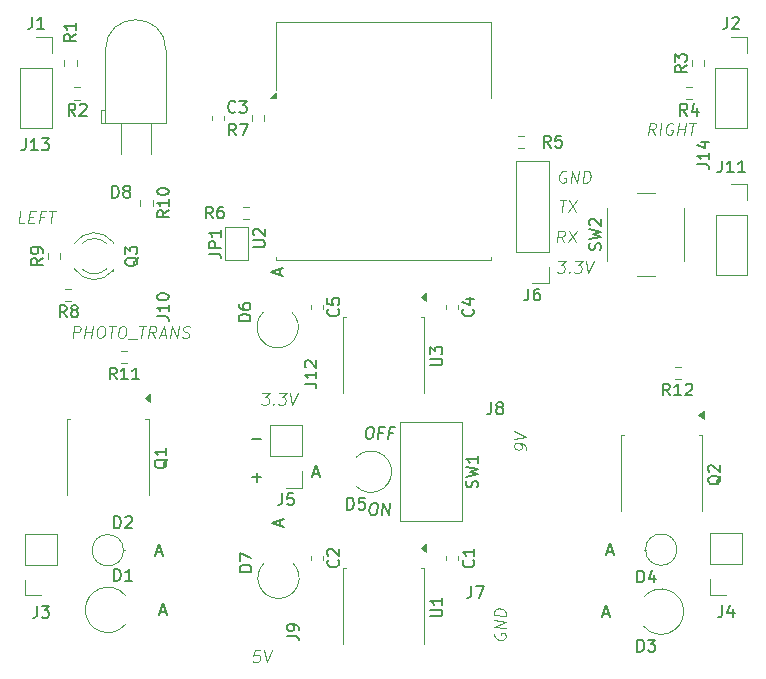
<source format=gbr>
%TF.GenerationSoftware,KiCad,Pcbnew,9.0.4*%
%TF.CreationDate,2025-09-17T16:18:14+09:00*%
%TF.ProjectId,ltr,6c74722e-6b69-4636-9164-5f7063625858,rev?*%
%TF.SameCoordinates,Original*%
%TF.FileFunction,Legend,Top*%
%TF.FilePolarity,Positive*%
%FSLAX46Y46*%
G04 Gerber Fmt 4.6, Leading zero omitted, Abs format (unit mm)*
G04 Created by KiCad (PCBNEW 9.0.4) date 2025-09-17 16:18:14*
%MOMM*%
%LPD*%
G01*
G04 APERTURE LIST*
%ADD10C,0.100000*%
%ADD11C,0.125000*%
%ADD12C,0.200000*%
%ADD13C,0.150000*%
%ADD14C,0.120000*%
G04 APERTURE END LIST*
D10*
X1591666Y-17932419D02*
X1115475Y-17932419D01*
X1115475Y-17932419D02*
X1240475Y-16932419D01*
X1990476Y-17408609D02*
X2323809Y-17408609D01*
X2401190Y-17932419D02*
X1924999Y-17932419D01*
X1924999Y-17932419D02*
X2049999Y-16932419D01*
X2049999Y-16932419D02*
X2526190Y-16932419D01*
X3228571Y-17408609D02*
X2895238Y-17408609D01*
X2829761Y-17932419D02*
X2954761Y-16932419D01*
X2954761Y-16932419D02*
X3430952Y-16932419D01*
X3669047Y-16932419D02*
X4240476Y-16932419D01*
X3829762Y-17932419D02*
X3954762Y-16932419D01*
D11*
X54960714Y-10481119D02*
X54686904Y-10004928D01*
X54389285Y-10481119D02*
X54514285Y-9481119D01*
X54514285Y-9481119D02*
X54895238Y-9481119D01*
X54895238Y-9481119D02*
X54984523Y-9528738D01*
X54984523Y-9528738D02*
X55026190Y-9576357D01*
X55026190Y-9576357D02*
X55061904Y-9671595D01*
X55061904Y-9671595D02*
X55044047Y-9814452D01*
X55044047Y-9814452D02*
X54984523Y-9909690D01*
X54984523Y-9909690D02*
X54930952Y-9957309D01*
X54930952Y-9957309D02*
X54829762Y-10004928D01*
X54829762Y-10004928D02*
X54448809Y-10004928D01*
X55389285Y-10481119D02*
X55514285Y-9481119D01*
X56508333Y-9528738D02*
X56419047Y-9481119D01*
X56419047Y-9481119D02*
X56276190Y-9481119D01*
X56276190Y-9481119D02*
X56127380Y-9528738D01*
X56127380Y-9528738D02*
X56020237Y-9623976D01*
X56020237Y-9623976D02*
X55960713Y-9719214D01*
X55960713Y-9719214D02*
X55889285Y-9909690D01*
X55889285Y-9909690D02*
X55871428Y-10052547D01*
X55871428Y-10052547D02*
X55895237Y-10243023D01*
X55895237Y-10243023D02*
X55930952Y-10338261D01*
X55930952Y-10338261D02*
X56014285Y-10433500D01*
X56014285Y-10433500D02*
X56151190Y-10481119D01*
X56151190Y-10481119D02*
X56246428Y-10481119D01*
X56246428Y-10481119D02*
X56395237Y-10433500D01*
X56395237Y-10433500D02*
X56448809Y-10385880D01*
X56448809Y-10385880D02*
X56490475Y-10052547D01*
X56490475Y-10052547D02*
X56299999Y-10052547D01*
X56865475Y-10481119D02*
X56990475Y-9481119D01*
X56930952Y-9957309D02*
X57502380Y-9957309D01*
X57436904Y-10481119D02*
X57561904Y-9481119D01*
X57895237Y-9481119D02*
X58466666Y-9481119D01*
X58055952Y-10481119D02*
X58180952Y-9481119D01*
D10*
X5664285Y-27682419D02*
X5789285Y-26682419D01*
X5789285Y-26682419D02*
X6170238Y-26682419D01*
X6170238Y-26682419D02*
X6259523Y-26730038D01*
X6259523Y-26730038D02*
X6301190Y-26777657D01*
X6301190Y-26777657D02*
X6336904Y-26872895D01*
X6336904Y-26872895D02*
X6319047Y-27015752D01*
X6319047Y-27015752D02*
X6259523Y-27110990D01*
X6259523Y-27110990D02*
X6205952Y-27158609D01*
X6205952Y-27158609D02*
X6104762Y-27206228D01*
X6104762Y-27206228D02*
X5723809Y-27206228D01*
X6664285Y-27682419D02*
X6789285Y-26682419D01*
X6729762Y-27158609D02*
X7301190Y-27158609D01*
X7235714Y-27682419D02*
X7360714Y-26682419D01*
X8027381Y-26682419D02*
X8217857Y-26682419D01*
X8217857Y-26682419D02*
X8307142Y-26730038D01*
X8307142Y-26730038D02*
X8390476Y-26825276D01*
X8390476Y-26825276D02*
X8414285Y-27015752D01*
X8414285Y-27015752D02*
X8372619Y-27349085D01*
X8372619Y-27349085D02*
X8301190Y-27539561D01*
X8301190Y-27539561D02*
X8194047Y-27634800D01*
X8194047Y-27634800D02*
X8092857Y-27682419D01*
X8092857Y-27682419D02*
X7902381Y-27682419D01*
X7902381Y-27682419D02*
X7813095Y-27634800D01*
X7813095Y-27634800D02*
X7729762Y-27539561D01*
X7729762Y-27539561D02*
X7705952Y-27349085D01*
X7705952Y-27349085D02*
X7747619Y-27015752D01*
X7747619Y-27015752D02*
X7819047Y-26825276D01*
X7819047Y-26825276D02*
X7926190Y-26730038D01*
X7926190Y-26730038D02*
X8027381Y-26682419D01*
X8741666Y-26682419D02*
X9313095Y-26682419D01*
X8902381Y-27682419D02*
X9027381Y-26682419D01*
X9836905Y-26682419D02*
X10027381Y-26682419D01*
X10027381Y-26682419D02*
X10116666Y-26730038D01*
X10116666Y-26730038D02*
X10200000Y-26825276D01*
X10200000Y-26825276D02*
X10223809Y-27015752D01*
X10223809Y-27015752D02*
X10182143Y-27349085D01*
X10182143Y-27349085D02*
X10110714Y-27539561D01*
X10110714Y-27539561D02*
X10003571Y-27634800D01*
X10003571Y-27634800D02*
X9902381Y-27682419D01*
X9902381Y-27682419D02*
X9711905Y-27682419D01*
X9711905Y-27682419D02*
X9622619Y-27634800D01*
X9622619Y-27634800D02*
X9539286Y-27539561D01*
X9539286Y-27539561D02*
X9515476Y-27349085D01*
X9515476Y-27349085D02*
X9557143Y-27015752D01*
X9557143Y-27015752D02*
X9628571Y-26825276D01*
X9628571Y-26825276D02*
X9735714Y-26730038D01*
X9735714Y-26730038D02*
X9836905Y-26682419D01*
X10319047Y-27777657D02*
X11080952Y-27777657D01*
X11313095Y-26682419D02*
X11884524Y-26682419D01*
X11473810Y-27682419D02*
X11598810Y-26682419D01*
X12664286Y-27682419D02*
X12390476Y-27206228D01*
X12092857Y-27682419D02*
X12217857Y-26682419D01*
X12217857Y-26682419D02*
X12598810Y-26682419D01*
X12598810Y-26682419D02*
X12688095Y-26730038D01*
X12688095Y-26730038D02*
X12729762Y-26777657D01*
X12729762Y-26777657D02*
X12765476Y-26872895D01*
X12765476Y-26872895D02*
X12747619Y-27015752D01*
X12747619Y-27015752D02*
X12688095Y-27110990D01*
X12688095Y-27110990D02*
X12634524Y-27158609D01*
X12634524Y-27158609D02*
X12533334Y-27206228D01*
X12533334Y-27206228D02*
X12152381Y-27206228D01*
X13080953Y-27396704D02*
X13557143Y-27396704D01*
X12950000Y-27682419D02*
X13408334Y-26682419D01*
X13408334Y-26682419D02*
X13616667Y-27682419D01*
X13950000Y-27682419D02*
X14075000Y-26682419D01*
X14075000Y-26682419D02*
X14521429Y-27682419D01*
X14521429Y-27682419D02*
X14646429Y-26682419D01*
X14955953Y-27634800D02*
X15092857Y-27682419D01*
X15092857Y-27682419D02*
X15330953Y-27682419D01*
X15330953Y-27682419D02*
X15432143Y-27634800D01*
X15432143Y-27634800D02*
X15485715Y-27587180D01*
X15485715Y-27587180D02*
X15545238Y-27491942D01*
X15545238Y-27491942D02*
X15557143Y-27396704D01*
X15557143Y-27396704D02*
X15521429Y-27301466D01*
X15521429Y-27301466D02*
X15479762Y-27253847D01*
X15479762Y-27253847D02*
X15390477Y-27206228D01*
X15390477Y-27206228D02*
X15205953Y-27158609D01*
X15205953Y-27158609D02*
X15116667Y-27110990D01*
X15116667Y-27110990D02*
X15075000Y-27063371D01*
X15075000Y-27063371D02*
X15039286Y-26968133D01*
X15039286Y-26968133D02*
X15051191Y-26872895D01*
X15051191Y-26872895D02*
X15110715Y-26777657D01*
X15110715Y-26777657D02*
X15164286Y-26730038D01*
X15164286Y-26730038D02*
X15265477Y-26682419D01*
X15265477Y-26682419D02*
X15503572Y-26682419D01*
X15503572Y-26682419D02*
X15640477Y-26730038D01*
X46907142Y-16032419D02*
X47478571Y-16032419D01*
X47067857Y-17032419D02*
X47192857Y-16032419D01*
X47716666Y-16032419D02*
X48258333Y-17032419D01*
X48383333Y-16032419D02*
X47591666Y-17032419D01*
X21742857Y-32332419D02*
X22361905Y-32332419D01*
X22361905Y-32332419D02*
X21980953Y-32713371D01*
X21980953Y-32713371D02*
X22123810Y-32713371D01*
X22123810Y-32713371D02*
X22213095Y-32760990D01*
X22213095Y-32760990D02*
X22254762Y-32808609D01*
X22254762Y-32808609D02*
X22290476Y-32903847D01*
X22290476Y-32903847D02*
X22260714Y-33141942D01*
X22260714Y-33141942D02*
X22201191Y-33237180D01*
X22201191Y-33237180D02*
X22147619Y-33284800D01*
X22147619Y-33284800D02*
X22046429Y-33332419D01*
X22046429Y-33332419D02*
X21760714Y-33332419D01*
X21760714Y-33332419D02*
X21671429Y-33284800D01*
X21671429Y-33284800D02*
X21629762Y-33237180D01*
X22677381Y-33237180D02*
X22719048Y-33284800D01*
X22719048Y-33284800D02*
X22665476Y-33332419D01*
X22665476Y-33332419D02*
X22623810Y-33284800D01*
X22623810Y-33284800D02*
X22677381Y-33237180D01*
X22677381Y-33237180D02*
X22665476Y-33332419D01*
X23171428Y-32332419D02*
X23790476Y-32332419D01*
X23790476Y-32332419D02*
X23409524Y-32713371D01*
X23409524Y-32713371D02*
X23552381Y-32713371D01*
X23552381Y-32713371D02*
X23641666Y-32760990D01*
X23641666Y-32760990D02*
X23683333Y-32808609D01*
X23683333Y-32808609D02*
X23719047Y-32903847D01*
X23719047Y-32903847D02*
X23689285Y-33141942D01*
X23689285Y-33141942D02*
X23629762Y-33237180D01*
X23629762Y-33237180D02*
X23576190Y-33284800D01*
X23576190Y-33284800D02*
X23475000Y-33332419D01*
X23475000Y-33332419D02*
X23189285Y-33332419D01*
X23189285Y-33332419D02*
X23100000Y-33284800D01*
X23100000Y-33284800D02*
X23058333Y-33237180D01*
X24076190Y-32332419D02*
X24284524Y-33332419D01*
X24284524Y-33332419D02*
X24742857Y-32332419D01*
X41405038Y-52623809D02*
X41357419Y-52713094D01*
X41357419Y-52713094D02*
X41357419Y-52855951D01*
X41357419Y-52855951D02*
X41405038Y-53004761D01*
X41405038Y-53004761D02*
X41500276Y-53111904D01*
X41500276Y-53111904D02*
X41595514Y-53171428D01*
X41595514Y-53171428D02*
X41785990Y-53242856D01*
X41785990Y-53242856D02*
X41928847Y-53260713D01*
X41928847Y-53260713D02*
X42119323Y-53236904D01*
X42119323Y-53236904D02*
X42214561Y-53201189D01*
X42214561Y-53201189D02*
X42309800Y-53117856D01*
X42309800Y-53117856D02*
X42357419Y-52980951D01*
X42357419Y-52980951D02*
X42357419Y-52885713D01*
X42357419Y-52885713D02*
X42309800Y-52736904D01*
X42309800Y-52736904D02*
X42262180Y-52683332D01*
X42262180Y-52683332D02*
X41928847Y-52641666D01*
X41928847Y-52641666D02*
X41928847Y-52832142D01*
X42357419Y-52266666D02*
X41357419Y-52141666D01*
X41357419Y-52141666D02*
X42357419Y-51695237D01*
X42357419Y-51695237D02*
X41357419Y-51570237D01*
X42357419Y-51219047D02*
X41357419Y-51094047D01*
X41357419Y-51094047D02*
X41357419Y-50855951D01*
X41357419Y-50855951D02*
X41405038Y-50719047D01*
X41405038Y-50719047D02*
X41500276Y-50635713D01*
X41500276Y-50635713D02*
X41595514Y-50599999D01*
X41595514Y-50599999D02*
X41785990Y-50576190D01*
X41785990Y-50576190D02*
X41928847Y-50594047D01*
X41928847Y-50594047D02*
X42119323Y-50665475D01*
X42119323Y-50665475D02*
X42214561Y-50724999D01*
X42214561Y-50724999D02*
X42309800Y-50832142D01*
X42309800Y-50832142D02*
X42357419Y-50980951D01*
X42357419Y-50980951D02*
X42357419Y-51219047D01*
D12*
X20869048Y-36261322D02*
X21630953Y-36261322D01*
X20869048Y-39481210D02*
X21630953Y-39481210D01*
X21250000Y-39862163D02*
X21250000Y-39100258D01*
D10*
X47252381Y-19582419D02*
X46978571Y-19106228D01*
X46680952Y-19582419D02*
X46805952Y-18582419D01*
X46805952Y-18582419D02*
X47186905Y-18582419D01*
X47186905Y-18582419D02*
X47276190Y-18630038D01*
X47276190Y-18630038D02*
X47317857Y-18677657D01*
X47317857Y-18677657D02*
X47353571Y-18772895D01*
X47353571Y-18772895D02*
X47335714Y-18915752D01*
X47335714Y-18915752D02*
X47276190Y-19010990D01*
X47276190Y-19010990D02*
X47222619Y-19058609D01*
X47222619Y-19058609D02*
X47121429Y-19106228D01*
X47121429Y-19106228D02*
X46740476Y-19106228D01*
X47710714Y-18582419D02*
X48252381Y-19582419D01*
X48377381Y-18582419D02*
X47585714Y-19582419D01*
D12*
X30791667Y-35232331D02*
X30982143Y-35232331D01*
X30982143Y-35232331D02*
X31071428Y-35279950D01*
X31071428Y-35279950D02*
X31154762Y-35375188D01*
X31154762Y-35375188D02*
X31178571Y-35565664D01*
X31178571Y-35565664D02*
X31136905Y-35898997D01*
X31136905Y-35898997D02*
X31065476Y-36089473D01*
X31065476Y-36089473D02*
X30958333Y-36184712D01*
X30958333Y-36184712D02*
X30857143Y-36232331D01*
X30857143Y-36232331D02*
X30666667Y-36232331D01*
X30666667Y-36232331D02*
X30577381Y-36184712D01*
X30577381Y-36184712D02*
X30494048Y-36089473D01*
X30494048Y-36089473D02*
X30470238Y-35898997D01*
X30470238Y-35898997D02*
X30511905Y-35565664D01*
X30511905Y-35565664D02*
X30583333Y-35375188D01*
X30583333Y-35375188D02*
X30690476Y-35279950D01*
X30690476Y-35279950D02*
X30791667Y-35232331D01*
X31922619Y-35708521D02*
X31589286Y-35708521D01*
X31523809Y-36232331D02*
X31648809Y-35232331D01*
X31648809Y-35232331D02*
X32125000Y-35232331D01*
X32779762Y-35708521D02*
X32446429Y-35708521D01*
X32380952Y-36232331D02*
X32505952Y-35232331D01*
X32505952Y-35232331D02*
X32982143Y-35232331D01*
X31125000Y-41672107D02*
X31315476Y-41672107D01*
X31315476Y-41672107D02*
X31404761Y-41719726D01*
X31404761Y-41719726D02*
X31488095Y-41814964D01*
X31488095Y-41814964D02*
X31511904Y-42005440D01*
X31511904Y-42005440D02*
X31470238Y-42338773D01*
X31470238Y-42338773D02*
X31398809Y-42529249D01*
X31398809Y-42529249D02*
X31291666Y-42624488D01*
X31291666Y-42624488D02*
X31190476Y-42672107D01*
X31190476Y-42672107D02*
X31000000Y-42672107D01*
X31000000Y-42672107D02*
X30910714Y-42624488D01*
X30910714Y-42624488D02*
X30827381Y-42529249D01*
X30827381Y-42529249D02*
X30803571Y-42338773D01*
X30803571Y-42338773D02*
X30845238Y-42005440D01*
X30845238Y-42005440D02*
X30916666Y-41814964D01*
X30916666Y-41814964D02*
X31023809Y-41719726D01*
X31023809Y-41719726D02*
X31125000Y-41672107D01*
X31857142Y-42672107D02*
X31982142Y-41672107D01*
X31982142Y-41672107D02*
X32428571Y-42672107D01*
X32428571Y-42672107D02*
X32553571Y-41672107D01*
D10*
X21553571Y-54132419D02*
X21077380Y-54132419D01*
X21077380Y-54132419D02*
X20970238Y-54608609D01*
X20970238Y-54608609D02*
X21023809Y-54560990D01*
X21023809Y-54560990D02*
X21124999Y-54513371D01*
X21124999Y-54513371D02*
X21363095Y-54513371D01*
X21363095Y-54513371D02*
X21452380Y-54560990D01*
X21452380Y-54560990D02*
X21494047Y-54608609D01*
X21494047Y-54608609D02*
X21529761Y-54703847D01*
X21529761Y-54703847D02*
X21499999Y-54941942D01*
X21499999Y-54941942D02*
X21440476Y-55037180D01*
X21440476Y-55037180D02*
X21386904Y-55084800D01*
X21386904Y-55084800D02*
X21285714Y-55132419D01*
X21285714Y-55132419D02*
X21047618Y-55132419D01*
X21047618Y-55132419D02*
X20958333Y-55084800D01*
X20958333Y-55084800D02*
X20916666Y-55037180D01*
X21886904Y-54132419D02*
X22095238Y-55132419D01*
X22095238Y-55132419D02*
X22553571Y-54132419D01*
X44057419Y-37125000D02*
X44057419Y-36934523D01*
X44057419Y-36934523D02*
X44009800Y-36833333D01*
X44009800Y-36833333D02*
X43962180Y-36779762D01*
X43962180Y-36779762D02*
X43819323Y-36666666D01*
X43819323Y-36666666D02*
X43628847Y-36595238D01*
X43628847Y-36595238D02*
X43247895Y-36547619D01*
X43247895Y-36547619D02*
X43152657Y-36583333D01*
X43152657Y-36583333D02*
X43105038Y-36625000D01*
X43105038Y-36625000D02*
X43057419Y-36714285D01*
X43057419Y-36714285D02*
X43057419Y-36904762D01*
X43057419Y-36904762D02*
X43105038Y-37005952D01*
X43105038Y-37005952D02*
X43152657Y-37059523D01*
X43152657Y-37059523D02*
X43247895Y-37119047D01*
X43247895Y-37119047D02*
X43485990Y-37148809D01*
X43485990Y-37148809D02*
X43581228Y-37113095D01*
X43581228Y-37113095D02*
X43628847Y-37071428D01*
X43628847Y-37071428D02*
X43676466Y-36982142D01*
X43676466Y-36982142D02*
X43676466Y-36791666D01*
X43676466Y-36791666D02*
X43628847Y-36690476D01*
X43628847Y-36690476D02*
X43581228Y-36636904D01*
X43581228Y-36636904D02*
X43485990Y-36577381D01*
X43057419Y-36238095D02*
X44057419Y-36029761D01*
X44057419Y-36029761D02*
X43057419Y-35571428D01*
X47476191Y-13580038D02*
X47386905Y-13532419D01*
X47386905Y-13532419D02*
X47244048Y-13532419D01*
X47244048Y-13532419D02*
X47095238Y-13580038D01*
X47095238Y-13580038D02*
X46988095Y-13675276D01*
X46988095Y-13675276D02*
X46928571Y-13770514D01*
X46928571Y-13770514D02*
X46857143Y-13960990D01*
X46857143Y-13960990D02*
X46839286Y-14103847D01*
X46839286Y-14103847D02*
X46863095Y-14294323D01*
X46863095Y-14294323D02*
X46898810Y-14389561D01*
X46898810Y-14389561D02*
X46982143Y-14484800D01*
X46982143Y-14484800D02*
X47119048Y-14532419D01*
X47119048Y-14532419D02*
X47214286Y-14532419D01*
X47214286Y-14532419D02*
X47363095Y-14484800D01*
X47363095Y-14484800D02*
X47416667Y-14437180D01*
X47416667Y-14437180D02*
X47458333Y-14103847D01*
X47458333Y-14103847D02*
X47267857Y-14103847D01*
X47833333Y-14532419D02*
X47958333Y-13532419D01*
X47958333Y-13532419D02*
X48404762Y-14532419D01*
X48404762Y-14532419D02*
X48529762Y-13532419D01*
X48880952Y-14532419D02*
X49005952Y-13532419D01*
X49005952Y-13532419D02*
X49244048Y-13532419D01*
X49244048Y-13532419D02*
X49380952Y-13580038D01*
X49380952Y-13580038D02*
X49464286Y-13675276D01*
X49464286Y-13675276D02*
X49500000Y-13770514D01*
X49500000Y-13770514D02*
X49523810Y-13960990D01*
X49523810Y-13960990D02*
X49505952Y-14103847D01*
X49505952Y-14103847D02*
X49434524Y-14294323D01*
X49434524Y-14294323D02*
X49375000Y-14389561D01*
X49375000Y-14389561D02*
X49267857Y-14484800D01*
X49267857Y-14484800D02*
X49119048Y-14532419D01*
X49119048Y-14532419D02*
X48880952Y-14532419D01*
X46792857Y-21157419D02*
X47411905Y-21157419D01*
X47411905Y-21157419D02*
X47030953Y-21538371D01*
X47030953Y-21538371D02*
X47173810Y-21538371D01*
X47173810Y-21538371D02*
X47263095Y-21585990D01*
X47263095Y-21585990D02*
X47304762Y-21633609D01*
X47304762Y-21633609D02*
X47340476Y-21728847D01*
X47340476Y-21728847D02*
X47310714Y-21966942D01*
X47310714Y-21966942D02*
X47251191Y-22062180D01*
X47251191Y-22062180D02*
X47197619Y-22109800D01*
X47197619Y-22109800D02*
X47096429Y-22157419D01*
X47096429Y-22157419D02*
X46810714Y-22157419D01*
X46810714Y-22157419D02*
X46721429Y-22109800D01*
X46721429Y-22109800D02*
X46679762Y-22062180D01*
X47727381Y-22062180D02*
X47769048Y-22109800D01*
X47769048Y-22109800D02*
X47715476Y-22157419D01*
X47715476Y-22157419D02*
X47673810Y-22109800D01*
X47673810Y-22109800D02*
X47727381Y-22062180D01*
X47727381Y-22062180D02*
X47715476Y-22157419D01*
X48221428Y-21157419D02*
X48840476Y-21157419D01*
X48840476Y-21157419D02*
X48459524Y-21538371D01*
X48459524Y-21538371D02*
X48602381Y-21538371D01*
X48602381Y-21538371D02*
X48691666Y-21585990D01*
X48691666Y-21585990D02*
X48733333Y-21633609D01*
X48733333Y-21633609D02*
X48769047Y-21728847D01*
X48769047Y-21728847D02*
X48739285Y-21966942D01*
X48739285Y-21966942D02*
X48679762Y-22062180D01*
X48679762Y-22062180D02*
X48626190Y-22109800D01*
X48626190Y-22109800D02*
X48525000Y-22157419D01*
X48525000Y-22157419D02*
X48239285Y-22157419D01*
X48239285Y-22157419D02*
X48150000Y-22109800D01*
X48150000Y-22109800D02*
X48108333Y-22062180D01*
X49126190Y-21157419D02*
X49334524Y-22157419D01*
X49334524Y-22157419D02*
X49792857Y-21157419D01*
D13*
X58554819Y-12984523D02*
X59269104Y-12984523D01*
X59269104Y-12984523D02*
X59411961Y-13032142D01*
X59411961Y-13032142D02*
X59507200Y-13127380D01*
X59507200Y-13127380D02*
X59554819Y-13270237D01*
X59554819Y-13270237D02*
X59554819Y-13365475D01*
X59554819Y-11984523D02*
X59554819Y-12555951D01*
X59554819Y-12270237D02*
X58554819Y-12270237D01*
X58554819Y-12270237D02*
X58697676Y-12365475D01*
X58697676Y-12365475D02*
X58792914Y-12460713D01*
X58792914Y-12460713D02*
X58840533Y-12555951D01*
X58888152Y-11127380D02*
X59554819Y-11127380D01*
X58507200Y-11365475D02*
X59221485Y-11603570D01*
X59221485Y-11603570D02*
X59221485Y-10984523D01*
X1715476Y-10779819D02*
X1715476Y-11494104D01*
X1715476Y-11494104D02*
X1667857Y-11636961D01*
X1667857Y-11636961D02*
X1572619Y-11732200D01*
X1572619Y-11732200D02*
X1429762Y-11779819D01*
X1429762Y-11779819D02*
X1334524Y-11779819D01*
X2715476Y-11779819D02*
X2144048Y-11779819D01*
X2429762Y-11779819D02*
X2429762Y-10779819D01*
X2429762Y-10779819D02*
X2334524Y-10922676D01*
X2334524Y-10922676D02*
X2239286Y-11017914D01*
X2239286Y-11017914D02*
X2144048Y-11065533D01*
X3048810Y-10779819D02*
X3667857Y-10779819D01*
X3667857Y-10779819D02*
X3334524Y-11160771D01*
X3334524Y-11160771D02*
X3477381Y-11160771D01*
X3477381Y-11160771D02*
X3572619Y-11208390D01*
X3572619Y-11208390D02*
X3620238Y-11256009D01*
X3620238Y-11256009D02*
X3667857Y-11351247D01*
X3667857Y-11351247D02*
X3667857Y-11589342D01*
X3667857Y-11589342D02*
X3620238Y-11684580D01*
X3620238Y-11684580D02*
X3572619Y-11732200D01*
X3572619Y-11732200D02*
X3477381Y-11779819D01*
X3477381Y-11779819D02*
X3191667Y-11779819D01*
X3191667Y-11779819D02*
X3096429Y-11732200D01*
X3096429Y-11732200D02*
X3048810Y-11684580D01*
X39589580Y-46479166D02*
X39637200Y-46526785D01*
X39637200Y-46526785D02*
X39684819Y-46669642D01*
X39684819Y-46669642D02*
X39684819Y-46764880D01*
X39684819Y-46764880D02*
X39637200Y-46907737D01*
X39637200Y-46907737D02*
X39541961Y-47002975D01*
X39541961Y-47002975D02*
X39446723Y-47050594D01*
X39446723Y-47050594D02*
X39256247Y-47098213D01*
X39256247Y-47098213D02*
X39113390Y-47098213D01*
X39113390Y-47098213D02*
X38922914Y-47050594D01*
X38922914Y-47050594D02*
X38827676Y-47002975D01*
X38827676Y-47002975D02*
X38732438Y-46907737D01*
X38732438Y-46907737D02*
X38684819Y-46764880D01*
X38684819Y-46764880D02*
X38684819Y-46669642D01*
X38684819Y-46669642D02*
X38732438Y-46526785D01*
X38732438Y-46526785D02*
X38780057Y-46479166D01*
X39684819Y-45526785D02*
X39684819Y-46098213D01*
X39684819Y-45812499D02*
X38684819Y-45812499D01*
X38684819Y-45812499D02*
X38827676Y-45907737D01*
X38827676Y-45907737D02*
X38922914Y-46002975D01*
X38922914Y-46002975D02*
X38970533Y-46098213D01*
X20804184Y-47458094D02*
X19804184Y-47458094D01*
X19804184Y-47458094D02*
X19804184Y-47219999D01*
X19804184Y-47219999D02*
X19851803Y-47077142D01*
X19851803Y-47077142D02*
X19947041Y-46981904D01*
X19947041Y-46981904D02*
X20042279Y-46934285D01*
X20042279Y-46934285D02*
X20232755Y-46886666D01*
X20232755Y-46886666D02*
X20375612Y-46886666D01*
X20375612Y-46886666D02*
X20566088Y-46934285D01*
X20566088Y-46934285D02*
X20661326Y-46981904D01*
X20661326Y-46981904D02*
X20756565Y-47077142D01*
X20756565Y-47077142D02*
X20804184Y-47219999D01*
X20804184Y-47219999D02*
X20804184Y-47458094D01*
X19804184Y-46553332D02*
X19804184Y-45886666D01*
X19804184Y-45886666D02*
X20804184Y-46315237D01*
X23269104Y-43588094D02*
X23269104Y-43111904D01*
X23554819Y-43683332D02*
X22554819Y-43349999D01*
X22554819Y-43349999D02*
X23554819Y-43016666D01*
X28139580Y-46479166D02*
X28187200Y-46526785D01*
X28187200Y-46526785D02*
X28234819Y-46669642D01*
X28234819Y-46669642D02*
X28234819Y-46764880D01*
X28234819Y-46764880D02*
X28187200Y-46907737D01*
X28187200Y-46907737D02*
X28091961Y-47002975D01*
X28091961Y-47002975D02*
X27996723Y-47050594D01*
X27996723Y-47050594D02*
X27806247Y-47098213D01*
X27806247Y-47098213D02*
X27663390Y-47098213D01*
X27663390Y-47098213D02*
X27472914Y-47050594D01*
X27472914Y-47050594D02*
X27377676Y-47002975D01*
X27377676Y-47002975D02*
X27282438Y-46907737D01*
X27282438Y-46907737D02*
X27234819Y-46764880D01*
X27234819Y-46764880D02*
X27234819Y-46669642D01*
X27234819Y-46669642D02*
X27282438Y-46526785D01*
X27282438Y-46526785D02*
X27330057Y-46479166D01*
X27330057Y-46098213D02*
X27282438Y-46050594D01*
X27282438Y-46050594D02*
X27234819Y-45955356D01*
X27234819Y-45955356D02*
X27234819Y-45717261D01*
X27234819Y-45717261D02*
X27282438Y-45622023D01*
X27282438Y-45622023D02*
X27330057Y-45574404D01*
X27330057Y-45574404D02*
X27425295Y-45526785D01*
X27425295Y-45526785D02*
X27520533Y-45526785D01*
X27520533Y-45526785D02*
X27663390Y-45574404D01*
X27663390Y-45574404D02*
X28234819Y-46145832D01*
X28234819Y-46145832D02*
X28234819Y-45526785D01*
X19483333Y-10529819D02*
X19150000Y-10053628D01*
X18911905Y-10529819D02*
X18911905Y-9529819D01*
X18911905Y-9529819D02*
X19292857Y-9529819D01*
X19292857Y-9529819D02*
X19388095Y-9577438D01*
X19388095Y-9577438D02*
X19435714Y-9625057D01*
X19435714Y-9625057D02*
X19483333Y-9720295D01*
X19483333Y-9720295D02*
X19483333Y-9863152D01*
X19483333Y-9863152D02*
X19435714Y-9958390D01*
X19435714Y-9958390D02*
X19388095Y-10006009D01*
X19388095Y-10006009D02*
X19292857Y-10053628D01*
X19292857Y-10053628D02*
X18911905Y-10053628D01*
X19816667Y-9529819D02*
X20483333Y-9529819D01*
X20483333Y-9529819D02*
X20054762Y-10529819D01*
X57695833Y-8854819D02*
X57362500Y-8378628D01*
X57124405Y-8854819D02*
X57124405Y-7854819D01*
X57124405Y-7854819D02*
X57505357Y-7854819D01*
X57505357Y-7854819D02*
X57600595Y-7902438D01*
X57600595Y-7902438D02*
X57648214Y-7950057D01*
X57648214Y-7950057D02*
X57695833Y-8045295D01*
X57695833Y-8045295D02*
X57695833Y-8188152D01*
X57695833Y-8188152D02*
X57648214Y-8283390D01*
X57648214Y-8283390D02*
X57600595Y-8331009D01*
X57600595Y-8331009D02*
X57505357Y-8378628D01*
X57505357Y-8378628D02*
X57124405Y-8378628D01*
X58552976Y-8188152D02*
X58552976Y-8854819D01*
X58314881Y-7807200D02*
X58076786Y-8521485D01*
X58076786Y-8521485D02*
X58695833Y-8521485D01*
X25304819Y-31534523D02*
X26019104Y-31534523D01*
X26019104Y-31534523D02*
X26161961Y-31582142D01*
X26161961Y-31582142D02*
X26257200Y-31677380D01*
X26257200Y-31677380D02*
X26304819Y-31820237D01*
X26304819Y-31820237D02*
X26304819Y-31915475D01*
X26304819Y-30534523D02*
X26304819Y-31105951D01*
X26304819Y-30820237D02*
X25304819Y-30820237D01*
X25304819Y-30820237D02*
X25447676Y-30915475D01*
X25447676Y-30915475D02*
X25542914Y-31010713D01*
X25542914Y-31010713D02*
X25590533Y-31105951D01*
X25400057Y-30153570D02*
X25352438Y-30105951D01*
X25352438Y-30105951D02*
X25304819Y-30010713D01*
X25304819Y-30010713D02*
X25304819Y-29772618D01*
X25304819Y-29772618D02*
X25352438Y-29677380D01*
X25352438Y-29677380D02*
X25400057Y-29629761D01*
X25400057Y-29629761D02*
X25495295Y-29582142D01*
X25495295Y-29582142D02*
X25590533Y-29582142D01*
X25590533Y-29582142D02*
X25733390Y-29629761D01*
X25733390Y-29629761D02*
X26304819Y-30201189D01*
X26304819Y-30201189D02*
X26304819Y-29582142D01*
X2666666Y-50364819D02*
X2666666Y-51079104D01*
X2666666Y-51079104D02*
X2619047Y-51221961D01*
X2619047Y-51221961D02*
X2523809Y-51317200D01*
X2523809Y-51317200D02*
X2380952Y-51364819D01*
X2380952Y-51364819D02*
X2285714Y-51364819D01*
X3047619Y-50364819D02*
X3666666Y-50364819D01*
X3666666Y-50364819D02*
X3333333Y-50745771D01*
X3333333Y-50745771D02*
X3476190Y-50745771D01*
X3476190Y-50745771D02*
X3571428Y-50793390D01*
X3571428Y-50793390D02*
X3619047Y-50841009D01*
X3619047Y-50841009D02*
X3666666Y-50936247D01*
X3666666Y-50936247D02*
X3666666Y-51174342D01*
X3666666Y-51174342D02*
X3619047Y-51269580D01*
X3619047Y-51269580D02*
X3571428Y-51317200D01*
X3571428Y-51317200D02*
X3476190Y-51364819D01*
X3476190Y-51364819D02*
X3190476Y-51364819D01*
X3190476Y-51364819D02*
X3095238Y-51317200D01*
X3095238Y-51317200D02*
X3047619Y-51269580D01*
X12804819Y-25859523D02*
X13519104Y-25859523D01*
X13519104Y-25859523D02*
X13661961Y-25907142D01*
X13661961Y-25907142D02*
X13757200Y-26002380D01*
X13757200Y-26002380D02*
X13804819Y-26145237D01*
X13804819Y-26145237D02*
X13804819Y-26240475D01*
X13804819Y-24859523D02*
X13804819Y-25430951D01*
X13804819Y-25145237D02*
X12804819Y-25145237D01*
X12804819Y-25145237D02*
X12947676Y-25240475D01*
X12947676Y-25240475D02*
X13042914Y-25335713D01*
X13042914Y-25335713D02*
X13090533Y-25430951D01*
X12804819Y-24240475D02*
X12804819Y-24145237D01*
X12804819Y-24145237D02*
X12852438Y-24049999D01*
X12852438Y-24049999D02*
X12900057Y-24002380D01*
X12900057Y-24002380D02*
X12995295Y-23954761D01*
X12995295Y-23954761D02*
X13185771Y-23907142D01*
X13185771Y-23907142D02*
X13423866Y-23907142D01*
X13423866Y-23907142D02*
X13614342Y-23954761D01*
X13614342Y-23954761D02*
X13709580Y-24002380D01*
X13709580Y-24002380D02*
X13757200Y-24049999D01*
X13757200Y-24049999D02*
X13804819Y-24145237D01*
X13804819Y-24145237D02*
X13804819Y-24240475D01*
X13804819Y-24240475D02*
X13757200Y-24335713D01*
X13757200Y-24335713D02*
X13709580Y-24383332D01*
X13709580Y-24383332D02*
X13614342Y-24430951D01*
X13614342Y-24430951D02*
X13423866Y-24478570D01*
X13423866Y-24478570D02*
X13185771Y-24478570D01*
X13185771Y-24478570D02*
X12995295Y-24430951D01*
X12995295Y-24430951D02*
X12900057Y-24383332D01*
X12900057Y-24383332D02*
X12852438Y-24335713D01*
X12852438Y-24335713D02*
X12804819Y-24240475D01*
X11230057Y-20850238D02*
X11182438Y-20945476D01*
X11182438Y-20945476D02*
X11087200Y-21040714D01*
X11087200Y-21040714D02*
X10944342Y-21183571D01*
X10944342Y-21183571D02*
X10896723Y-21278809D01*
X10896723Y-21278809D02*
X10896723Y-21374047D01*
X11134819Y-21326428D02*
X11087200Y-21421666D01*
X11087200Y-21421666D02*
X10991961Y-21516904D01*
X10991961Y-21516904D02*
X10801485Y-21564523D01*
X10801485Y-21564523D02*
X10468152Y-21564523D01*
X10468152Y-21564523D02*
X10277676Y-21516904D01*
X10277676Y-21516904D02*
X10182438Y-21421666D01*
X10182438Y-21421666D02*
X10134819Y-21326428D01*
X10134819Y-21326428D02*
X10134819Y-21135952D01*
X10134819Y-21135952D02*
X10182438Y-21040714D01*
X10182438Y-21040714D02*
X10277676Y-20945476D01*
X10277676Y-20945476D02*
X10468152Y-20897857D01*
X10468152Y-20897857D02*
X10801485Y-20897857D01*
X10801485Y-20897857D02*
X10991961Y-20945476D01*
X10991961Y-20945476D02*
X11087200Y-21040714D01*
X11087200Y-21040714D02*
X11134819Y-21135952D01*
X11134819Y-21135952D02*
X11134819Y-21326428D01*
X10134819Y-20564523D02*
X10134819Y-19945476D01*
X10134819Y-19945476D02*
X10515771Y-20278809D01*
X10515771Y-20278809D02*
X10515771Y-20135952D01*
X10515771Y-20135952D02*
X10563390Y-20040714D01*
X10563390Y-20040714D02*
X10611009Y-19993095D01*
X10611009Y-19993095D02*
X10706247Y-19945476D01*
X10706247Y-19945476D02*
X10944342Y-19945476D01*
X10944342Y-19945476D02*
X11039580Y-19993095D01*
X11039580Y-19993095D02*
X11087200Y-20040714D01*
X11087200Y-20040714D02*
X11134819Y-20135952D01*
X11134819Y-20135952D02*
X11134819Y-20421666D01*
X11134819Y-20421666D02*
X11087200Y-20516904D01*
X11087200Y-20516904D02*
X11039580Y-20564523D01*
X13809819Y-16880357D02*
X13333628Y-17213690D01*
X13809819Y-17451785D02*
X12809819Y-17451785D01*
X12809819Y-17451785D02*
X12809819Y-17070833D01*
X12809819Y-17070833D02*
X12857438Y-16975595D01*
X12857438Y-16975595D02*
X12905057Y-16927976D01*
X12905057Y-16927976D02*
X13000295Y-16880357D01*
X13000295Y-16880357D02*
X13143152Y-16880357D01*
X13143152Y-16880357D02*
X13238390Y-16927976D01*
X13238390Y-16927976D02*
X13286009Y-16975595D01*
X13286009Y-16975595D02*
X13333628Y-17070833D01*
X13333628Y-17070833D02*
X13333628Y-17451785D01*
X13809819Y-15927976D02*
X13809819Y-16499404D01*
X13809819Y-16213690D02*
X12809819Y-16213690D01*
X12809819Y-16213690D02*
X12952676Y-16308928D01*
X12952676Y-16308928D02*
X13047914Y-16404166D01*
X13047914Y-16404166D02*
X13095533Y-16499404D01*
X12809819Y-15308928D02*
X12809819Y-15213690D01*
X12809819Y-15213690D02*
X12857438Y-15118452D01*
X12857438Y-15118452D02*
X12905057Y-15070833D01*
X12905057Y-15070833D02*
X13000295Y-15023214D01*
X13000295Y-15023214D02*
X13190771Y-14975595D01*
X13190771Y-14975595D02*
X13428866Y-14975595D01*
X13428866Y-14975595D02*
X13619342Y-15023214D01*
X13619342Y-15023214D02*
X13714580Y-15070833D01*
X13714580Y-15070833D02*
X13762200Y-15118452D01*
X13762200Y-15118452D02*
X13809819Y-15213690D01*
X13809819Y-15213690D02*
X13809819Y-15308928D01*
X13809819Y-15308928D02*
X13762200Y-15404166D01*
X13762200Y-15404166D02*
X13714580Y-15451785D01*
X13714580Y-15451785D02*
X13619342Y-15499404D01*
X13619342Y-15499404D02*
X13428866Y-15547023D01*
X13428866Y-15547023D02*
X13190771Y-15547023D01*
X13190771Y-15547023D02*
X13000295Y-15499404D01*
X13000295Y-15499404D02*
X12905057Y-15451785D01*
X12905057Y-15451785D02*
X12857438Y-15404166D01*
X12857438Y-15404166D02*
X12809819Y-15308928D01*
X2241666Y-504819D02*
X2241666Y-1219104D01*
X2241666Y-1219104D02*
X2194047Y-1361961D01*
X2194047Y-1361961D02*
X2098809Y-1457200D01*
X2098809Y-1457200D02*
X1955952Y-1504819D01*
X1955952Y-1504819D02*
X1860714Y-1504819D01*
X3241666Y-1504819D02*
X2670238Y-1504819D01*
X2955952Y-1504819D02*
X2955952Y-504819D01*
X2955952Y-504819D02*
X2860714Y-647676D01*
X2860714Y-647676D02*
X2765476Y-742914D01*
X2765476Y-742914D02*
X2670238Y-790533D01*
X5150833Y-25914819D02*
X4817500Y-25438628D01*
X4579405Y-25914819D02*
X4579405Y-24914819D01*
X4579405Y-24914819D02*
X4960357Y-24914819D01*
X4960357Y-24914819D02*
X5055595Y-24962438D01*
X5055595Y-24962438D02*
X5103214Y-25010057D01*
X5103214Y-25010057D02*
X5150833Y-25105295D01*
X5150833Y-25105295D02*
X5150833Y-25248152D01*
X5150833Y-25248152D02*
X5103214Y-25343390D01*
X5103214Y-25343390D02*
X5055595Y-25391009D01*
X5055595Y-25391009D02*
X4960357Y-25438628D01*
X4960357Y-25438628D02*
X4579405Y-25438628D01*
X5722262Y-25343390D02*
X5627024Y-25295771D01*
X5627024Y-25295771D02*
X5579405Y-25248152D01*
X5579405Y-25248152D02*
X5531786Y-25152914D01*
X5531786Y-25152914D02*
X5531786Y-25105295D01*
X5531786Y-25105295D02*
X5579405Y-25010057D01*
X5579405Y-25010057D02*
X5627024Y-24962438D01*
X5627024Y-24962438D02*
X5722262Y-24914819D01*
X5722262Y-24914819D02*
X5912738Y-24914819D01*
X5912738Y-24914819D02*
X6007976Y-24962438D01*
X6007976Y-24962438D02*
X6055595Y-25010057D01*
X6055595Y-25010057D02*
X6103214Y-25105295D01*
X6103214Y-25105295D02*
X6103214Y-25152914D01*
X6103214Y-25152914D02*
X6055595Y-25248152D01*
X6055595Y-25248152D02*
X6007976Y-25295771D01*
X6007976Y-25295771D02*
X5912738Y-25343390D01*
X5912738Y-25343390D02*
X5722262Y-25343390D01*
X5722262Y-25343390D02*
X5627024Y-25391009D01*
X5627024Y-25391009D02*
X5579405Y-25438628D01*
X5579405Y-25438628D02*
X5531786Y-25533866D01*
X5531786Y-25533866D02*
X5531786Y-25724342D01*
X5531786Y-25724342D02*
X5579405Y-25819580D01*
X5579405Y-25819580D02*
X5627024Y-25867200D01*
X5627024Y-25867200D02*
X5722262Y-25914819D01*
X5722262Y-25914819D02*
X5912738Y-25914819D01*
X5912738Y-25914819D02*
X6007976Y-25867200D01*
X6007976Y-25867200D02*
X6055595Y-25819580D01*
X6055595Y-25819580D02*
X6103214Y-25724342D01*
X6103214Y-25724342D02*
X6103214Y-25533866D01*
X6103214Y-25533866D02*
X6055595Y-25438628D01*
X6055595Y-25438628D02*
X6007976Y-25391009D01*
X6007976Y-25391009D02*
X5912738Y-25343390D01*
X60570057Y-39335238D02*
X60522438Y-39430476D01*
X60522438Y-39430476D02*
X60427200Y-39525714D01*
X60427200Y-39525714D02*
X60284342Y-39668571D01*
X60284342Y-39668571D02*
X60236723Y-39763809D01*
X60236723Y-39763809D02*
X60236723Y-39859047D01*
X60474819Y-39811428D02*
X60427200Y-39906666D01*
X60427200Y-39906666D02*
X60331961Y-40001904D01*
X60331961Y-40001904D02*
X60141485Y-40049523D01*
X60141485Y-40049523D02*
X59808152Y-40049523D01*
X59808152Y-40049523D02*
X59617676Y-40001904D01*
X59617676Y-40001904D02*
X59522438Y-39906666D01*
X59522438Y-39906666D02*
X59474819Y-39811428D01*
X59474819Y-39811428D02*
X59474819Y-39620952D01*
X59474819Y-39620952D02*
X59522438Y-39525714D01*
X59522438Y-39525714D02*
X59617676Y-39430476D01*
X59617676Y-39430476D02*
X59808152Y-39382857D01*
X59808152Y-39382857D02*
X60141485Y-39382857D01*
X60141485Y-39382857D02*
X60331961Y-39430476D01*
X60331961Y-39430476D02*
X60427200Y-39525714D01*
X60427200Y-39525714D02*
X60474819Y-39620952D01*
X60474819Y-39620952D02*
X60474819Y-39811428D01*
X59570057Y-39001904D02*
X59522438Y-38954285D01*
X59522438Y-38954285D02*
X59474819Y-38859047D01*
X59474819Y-38859047D02*
X59474819Y-38620952D01*
X59474819Y-38620952D02*
X59522438Y-38525714D01*
X59522438Y-38525714D02*
X59570057Y-38478095D01*
X59570057Y-38478095D02*
X59665295Y-38430476D01*
X59665295Y-38430476D02*
X59760533Y-38430476D01*
X59760533Y-38430476D02*
X59903390Y-38478095D01*
X59903390Y-38478095D02*
X60474819Y-39049523D01*
X60474819Y-39049523D02*
X60474819Y-38430476D01*
X20954819Y-19991904D02*
X21764342Y-19991904D01*
X21764342Y-19991904D02*
X21859580Y-19944285D01*
X21859580Y-19944285D02*
X21907200Y-19896666D01*
X21907200Y-19896666D02*
X21954819Y-19801428D01*
X21954819Y-19801428D02*
X21954819Y-19610952D01*
X21954819Y-19610952D02*
X21907200Y-19515714D01*
X21907200Y-19515714D02*
X21859580Y-19468095D01*
X21859580Y-19468095D02*
X21764342Y-19420476D01*
X21764342Y-19420476D02*
X20954819Y-19420476D01*
X21050057Y-18991904D02*
X21002438Y-18944285D01*
X21002438Y-18944285D02*
X20954819Y-18849047D01*
X20954819Y-18849047D02*
X20954819Y-18610952D01*
X20954819Y-18610952D02*
X21002438Y-18515714D01*
X21002438Y-18515714D02*
X21050057Y-18468095D01*
X21050057Y-18468095D02*
X21145295Y-18420476D01*
X21145295Y-18420476D02*
X21240533Y-18420476D01*
X21240533Y-18420476D02*
X21383390Y-18468095D01*
X21383390Y-18468095D02*
X21954819Y-19039523D01*
X21954819Y-19039523D02*
X21954819Y-18420476D01*
X60666666Y-50314819D02*
X60666666Y-51029104D01*
X60666666Y-51029104D02*
X60619047Y-51171961D01*
X60619047Y-51171961D02*
X60523809Y-51267200D01*
X60523809Y-51267200D02*
X60380952Y-51314819D01*
X60380952Y-51314819D02*
X60285714Y-51314819D01*
X61571428Y-50648152D02*
X61571428Y-51314819D01*
X61333333Y-50267200D02*
X61095238Y-50981485D01*
X61095238Y-50981485D02*
X61714285Y-50981485D01*
X35954819Y-51251904D02*
X36764342Y-51251904D01*
X36764342Y-51251904D02*
X36859580Y-51204285D01*
X36859580Y-51204285D02*
X36907200Y-51156666D01*
X36907200Y-51156666D02*
X36954819Y-51061428D01*
X36954819Y-51061428D02*
X36954819Y-50870952D01*
X36954819Y-50870952D02*
X36907200Y-50775714D01*
X36907200Y-50775714D02*
X36859580Y-50728095D01*
X36859580Y-50728095D02*
X36764342Y-50680476D01*
X36764342Y-50680476D02*
X35954819Y-50680476D01*
X36954819Y-49680476D02*
X36954819Y-50251904D01*
X36954819Y-49966190D02*
X35954819Y-49966190D01*
X35954819Y-49966190D02*
X36097676Y-50061428D01*
X36097676Y-50061428D02*
X36192914Y-50156666D01*
X36192914Y-50156666D02*
X36240533Y-50251904D01*
X3129819Y-20921666D02*
X2653628Y-21254999D01*
X3129819Y-21493094D02*
X2129819Y-21493094D01*
X2129819Y-21493094D02*
X2129819Y-21112142D01*
X2129819Y-21112142D02*
X2177438Y-21016904D01*
X2177438Y-21016904D02*
X2225057Y-20969285D01*
X2225057Y-20969285D02*
X2320295Y-20921666D01*
X2320295Y-20921666D02*
X2463152Y-20921666D01*
X2463152Y-20921666D02*
X2558390Y-20969285D01*
X2558390Y-20969285D02*
X2606009Y-21016904D01*
X2606009Y-21016904D02*
X2653628Y-21112142D01*
X2653628Y-21112142D02*
X2653628Y-21493094D01*
X3129819Y-20445475D02*
X3129819Y-20254999D01*
X3129819Y-20254999D02*
X3082200Y-20159761D01*
X3082200Y-20159761D02*
X3034580Y-20112142D01*
X3034580Y-20112142D02*
X2891723Y-20016904D01*
X2891723Y-20016904D02*
X2701247Y-19969285D01*
X2701247Y-19969285D02*
X2320295Y-19969285D01*
X2320295Y-19969285D02*
X2225057Y-20016904D01*
X2225057Y-20016904D02*
X2177438Y-20064523D01*
X2177438Y-20064523D02*
X2129819Y-20159761D01*
X2129819Y-20159761D02*
X2129819Y-20350237D01*
X2129819Y-20350237D02*
X2177438Y-20445475D01*
X2177438Y-20445475D02*
X2225057Y-20493094D01*
X2225057Y-20493094D02*
X2320295Y-20540713D01*
X2320295Y-20540713D02*
X2558390Y-20540713D01*
X2558390Y-20540713D02*
X2653628Y-20493094D01*
X2653628Y-20493094D02*
X2701247Y-20445475D01*
X2701247Y-20445475D02*
X2748866Y-20350237D01*
X2748866Y-20350237D02*
X2748866Y-20159761D01*
X2748866Y-20159761D02*
X2701247Y-20064523D01*
X2701247Y-20064523D02*
X2653628Y-20016904D01*
X2653628Y-20016904D02*
X2558390Y-19969285D01*
X9191905Y-48234819D02*
X9191905Y-47234819D01*
X9191905Y-47234819D02*
X9430000Y-47234819D01*
X9430000Y-47234819D02*
X9572857Y-47282438D01*
X9572857Y-47282438D02*
X9668095Y-47377676D01*
X9668095Y-47377676D02*
X9715714Y-47472914D01*
X9715714Y-47472914D02*
X9763333Y-47663390D01*
X9763333Y-47663390D02*
X9763333Y-47806247D01*
X9763333Y-47806247D02*
X9715714Y-47996723D01*
X9715714Y-47996723D02*
X9668095Y-48091961D01*
X9668095Y-48091961D02*
X9572857Y-48187200D01*
X9572857Y-48187200D02*
X9430000Y-48234819D01*
X9430000Y-48234819D02*
X9191905Y-48234819D01*
X10715714Y-48234819D02*
X10144286Y-48234819D01*
X10430000Y-48234819D02*
X10430000Y-47234819D01*
X10430000Y-47234819D02*
X10334762Y-47377676D01*
X10334762Y-47377676D02*
X10239524Y-47472914D01*
X10239524Y-47472914D02*
X10144286Y-47520533D01*
X13081905Y-50869104D02*
X13558095Y-50869104D01*
X12986667Y-51154819D02*
X13320000Y-50154819D01*
X13320000Y-50154819D02*
X13653333Y-51154819D01*
X9394642Y-31184819D02*
X9061309Y-30708628D01*
X8823214Y-31184819D02*
X8823214Y-30184819D01*
X8823214Y-30184819D02*
X9204166Y-30184819D01*
X9204166Y-30184819D02*
X9299404Y-30232438D01*
X9299404Y-30232438D02*
X9347023Y-30280057D01*
X9347023Y-30280057D02*
X9394642Y-30375295D01*
X9394642Y-30375295D02*
X9394642Y-30518152D01*
X9394642Y-30518152D02*
X9347023Y-30613390D01*
X9347023Y-30613390D02*
X9299404Y-30661009D01*
X9299404Y-30661009D02*
X9204166Y-30708628D01*
X9204166Y-30708628D02*
X8823214Y-30708628D01*
X10347023Y-31184819D02*
X9775595Y-31184819D01*
X10061309Y-31184819D02*
X10061309Y-30184819D01*
X10061309Y-30184819D02*
X9966071Y-30327676D01*
X9966071Y-30327676D02*
X9870833Y-30422914D01*
X9870833Y-30422914D02*
X9775595Y-30470533D01*
X11299404Y-31184819D02*
X10727976Y-31184819D01*
X11013690Y-31184819D02*
X11013690Y-30184819D01*
X11013690Y-30184819D02*
X10918452Y-30327676D01*
X10918452Y-30327676D02*
X10823214Y-30422914D01*
X10823214Y-30422914D02*
X10727976Y-30470533D01*
X39947200Y-40333332D02*
X39994819Y-40190475D01*
X39994819Y-40190475D02*
X39994819Y-39952380D01*
X39994819Y-39952380D02*
X39947200Y-39857142D01*
X39947200Y-39857142D02*
X39899580Y-39809523D01*
X39899580Y-39809523D02*
X39804342Y-39761904D01*
X39804342Y-39761904D02*
X39709104Y-39761904D01*
X39709104Y-39761904D02*
X39613866Y-39809523D01*
X39613866Y-39809523D02*
X39566247Y-39857142D01*
X39566247Y-39857142D02*
X39518628Y-39952380D01*
X39518628Y-39952380D02*
X39471009Y-40142856D01*
X39471009Y-40142856D02*
X39423390Y-40238094D01*
X39423390Y-40238094D02*
X39375771Y-40285713D01*
X39375771Y-40285713D02*
X39280533Y-40333332D01*
X39280533Y-40333332D02*
X39185295Y-40333332D01*
X39185295Y-40333332D02*
X39090057Y-40285713D01*
X39090057Y-40285713D02*
X39042438Y-40238094D01*
X39042438Y-40238094D02*
X38994819Y-40142856D01*
X38994819Y-40142856D02*
X38994819Y-39904761D01*
X38994819Y-39904761D02*
X39042438Y-39761904D01*
X38994819Y-39428570D02*
X39994819Y-39190475D01*
X39994819Y-39190475D02*
X39280533Y-38999999D01*
X39280533Y-38999999D02*
X39994819Y-38809523D01*
X39994819Y-38809523D02*
X38994819Y-38571428D01*
X39994819Y-37666666D02*
X39994819Y-38238094D01*
X39994819Y-37952380D02*
X38994819Y-37952380D01*
X38994819Y-37952380D02*
X39137676Y-38047618D01*
X39137676Y-38047618D02*
X39232914Y-38142856D01*
X39232914Y-38142856D02*
X39280533Y-38238094D01*
X60640476Y-12659819D02*
X60640476Y-13374104D01*
X60640476Y-13374104D02*
X60592857Y-13516961D01*
X60592857Y-13516961D02*
X60497619Y-13612200D01*
X60497619Y-13612200D02*
X60354762Y-13659819D01*
X60354762Y-13659819D02*
X60259524Y-13659819D01*
X61640476Y-13659819D02*
X61069048Y-13659819D01*
X61354762Y-13659819D02*
X61354762Y-12659819D01*
X61354762Y-12659819D02*
X61259524Y-12802676D01*
X61259524Y-12802676D02*
X61164286Y-12897914D01*
X61164286Y-12897914D02*
X61069048Y-12945533D01*
X62592857Y-13659819D02*
X62021429Y-13659819D01*
X62307143Y-13659819D02*
X62307143Y-12659819D01*
X62307143Y-12659819D02*
X62211905Y-12802676D01*
X62211905Y-12802676D02*
X62116667Y-12897914D01*
X62116667Y-12897914D02*
X62021429Y-12945533D01*
X5895833Y-8859819D02*
X5562500Y-8383628D01*
X5324405Y-8859819D02*
X5324405Y-7859819D01*
X5324405Y-7859819D02*
X5705357Y-7859819D01*
X5705357Y-7859819D02*
X5800595Y-7907438D01*
X5800595Y-7907438D02*
X5848214Y-7955057D01*
X5848214Y-7955057D02*
X5895833Y-8050295D01*
X5895833Y-8050295D02*
X5895833Y-8193152D01*
X5895833Y-8193152D02*
X5848214Y-8288390D01*
X5848214Y-8288390D02*
X5800595Y-8336009D01*
X5800595Y-8336009D02*
X5705357Y-8383628D01*
X5705357Y-8383628D02*
X5324405Y-8383628D01*
X6276786Y-7955057D02*
X6324405Y-7907438D01*
X6324405Y-7907438D02*
X6419643Y-7859819D01*
X6419643Y-7859819D02*
X6657738Y-7859819D01*
X6657738Y-7859819D02*
X6752976Y-7907438D01*
X6752976Y-7907438D02*
X6800595Y-7955057D01*
X6800595Y-7955057D02*
X6848214Y-8050295D01*
X6848214Y-8050295D02*
X6848214Y-8145533D01*
X6848214Y-8145533D02*
X6800595Y-8288390D01*
X6800595Y-8288390D02*
X6229167Y-8859819D01*
X6229167Y-8859819D02*
X6848214Y-8859819D01*
X39549580Y-25239166D02*
X39597200Y-25286785D01*
X39597200Y-25286785D02*
X39644819Y-25429642D01*
X39644819Y-25429642D02*
X39644819Y-25524880D01*
X39644819Y-25524880D02*
X39597200Y-25667737D01*
X39597200Y-25667737D02*
X39501961Y-25762975D01*
X39501961Y-25762975D02*
X39406723Y-25810594D01*
X39406723Y-25810594D02*
X39216247Y-25858213D01*
X39216247Y-25858213D02*
X39073390Y-25858213D01*
X39073390Y-25858213D02*
X38882914Y-25810594D01*
X38882914Y-25810594D02*
X38787676Y-25762975D01*
X38787676Y-25762975D02*
X38692438Y-25667737D01*
X38692438Y-25667737D02*
X38644819Y-25524880D01*
X38644819Y-25524880D02*
X38644819Y-25429642D01*
X38644819Y-25429642D02*
X38692438Y-25286785D01*
X38692438Y-25286785D02*
X38740057Y-25239166D01*
X38978152Y-24382023D02*
X39644819Y-24382023D01*
X38597200Y-24620118D02*
X39311485Y-24858213D01*
X39311485Y-24858213D02*
X39311485Y-24239166D01*
X39416666Y-48654819D02*
X39416666Y-49369104D01*
X39416666Y-49369104D02*
X39369047Y-49511961D01*
X39369047Y-49511961D02*
X39273809Y-49607200D01*
X39273809Y-49607200D02*
X39130952Y-49654819D01*
X39130952Y-49654819D02*
X39035714Y-49654819D01*
X39797619Y-48654819D02*
X40464285Y-48654819D01*
X40464285Y-48654819D02*
X40035714Y-49654819D01*
X35954819Y-30001904D02*
X36764342Y-30001904D01*
X36764342Y-30001904D02*
X36859580Y-29954285D01*
X36859580Y-29954285D02*
X36907200Y-29906666D01*
X36907200Y-29906666D02*
X36954819Y-29811428D01*
X36954819Y-29811428D02*
X36954819Y-29620952D01*
X36954819Y-29620952D02*
X36907200Y-29525714D01*
X36907200Y-29525714D02*
X36859580Y-29478095D01*
X36859580Y-29478095D02*
X36764342Y-29430476D01*
X36764342Y-29430476D02*
X35954819Y-29430476D01*
X35954819Y-29049523D02*
X35954819Y-28430476D01*
X35954819Y-28430476D02*
X36335771Y-28763809D01*
X36335771Y-28763809D02*
X36335771Y-28620952D01*
X36335771Y-28620952D02*
X36383390Y-28525714D01*
X36383390Y-28525714D02*
X36431009Y-28478095D01*
X36431009Y-28478095D02*
X36526247Y-28430476D01*
X36526247Y-28430476D02*
X36764342Y-28430476D01*
X36764342Y-28430476D02*
X36859580Y-28478095D01*
X36859580Y-28478095D02*
X36907200Y-28525714D01*
X36907200Y-28525714D02*
X36954819Y-28620952D01*
X36954819Y-28620952D02*
X36954819Y-28906666D01*
X36954819Y-28906666D02*
X36907200Y-29001904D01*
X36907200Y-29001904D02*
X36859580Y-29049523D01*
X28921905Y-42205454D02*
X28921905Y-41205454D01*
X28921905Y-41205454D02*
X29160000Y-41205454D01*
X29160000Y-41205454D02*
X29302857Y-41253073D01*
X29302857Y-41253073D02*
X29398095Y-41348311D01*
X29398095Y-41348311D02*
X29445714Y-41443549D01*
X29445714Y-41443549D02*
X29493333Y-41634025D01*
X29493333Y-41634025D02*
X29493333Y-41776882D01*
X29493333Y-41776882D02*
X29445714Y-41967358D01*
X29445714Y-41967358D02*
X29398095Y-42062596D01*
X29398095Y-42062596D02*
X29302857Y-42157835D01*
X29302857Y-42157835D02*
X29160000Y-42205454D01*
X29160000Y-42205454D02*
X28921905Y-42205454D01*
X30398095Y-41205454D02*
X29921905Y-41205454D01*
X29921905Y-41205454D02*
X29874286Y-41681644D01*
X29874286Y-41681644D02*
X29921905Y-41634025D01*
X29921905Y-41634025D02*
X30017143Y-41586406D01*
X30017143Y-41586406D02*
X30255238Y-41586406D01*
X30255238Y-41586406D02*
X30350476Y-41634025D01*
X30350476Y-41634025D02*
X30398095Y-41681644D01*
X30398095Y-41681644D02*
X30445714Y-41776882D01*
X30445714Y-41776882D02*
X30445714Y-42014977D01*
X30445714Y-42014977D02*
X30398095Y-42110215D01*
X30398095Y-42110215D02*
X30350476Y-42157835D01*
X30350476Y-42157835D02*
X30255238Y-42205454D01*
X30255238Y-42205454D02*
X30017143Y-42205454D01*
X30017143Y-42205454D02*
X29921905Y-42157835D01*
X29921905Y-42157835D02*
X29874286Y-42110215D01*
X26051905Y-39169104D02*
X26528095Y-39169104D01*
X25956667Y-39454819D02*
X26290000Y-38454819D01*
X26290000Y-38454819D02*
X26623333Y-39454819D01*
X53491905Y-48381190D02*
X53491905Y-47381190D01*
X53491905Y-47381190D02*
X53730000Y-47381190D01*
X53730000Y-47381190D02*
X53872857Y-47428809D01*
X53872857Y-47428809D02*
X53968095Y-47524047D01*
X53968095Y-47524047D02*
X54015714Y-47619285D01*
X54015714Y-47619285D02*
X54063333Y-47809761D01*
X54063333Y-47809761D02*
X54063333Y-47952618D01*
X54063333Y-47952618D02*
X54015714Y-48143094D01*
X54015714Y-48143094D02*
X53968095Y-48238332D01*
X53968095Y-48238332D02*
X53872857Y-48333571D01*
X53872857Y-48333571D02*
X53730000Y-48381190D01*
X53730000Y-48381190D02*
X53491905Y-48381190D01*
X54920476Y-47714523D02*
X54920476Y-48381190D01*
X54682381Y-47333571D02*
X54444286Y-48047856D01*
X54444286Y-48047856D02*
X55063333Y-48047856D01*
X50921905Y-45769104D02*
X51398095Y-45769104D01*
X50826667Y-46054819D02*
X51160000Y-45054819D01*
X51160000Y-45054819D02*
X51493333Y-46054819D01*
X23829819Y-52908333D02*
X24544104Y-52908333D01*
X24544104Y-52908333D02*
X24686961Y-52955952D01*
X24686961Y-52955952D02*
X24782200Y-53051190D01*
X24782200Y-53051190D02*
X24829819Y-53194047D01*
X24829819Y-53194047D02*
X24829819Y-53289285D01*
X24829819Y-52384523D02*
X24829819Y-52194047D01*
X24829819Y-52194047D02*
X24782200Y-52098809D01*
X24782200Y-52098809D02*
X24734580Y-52051190D01*
X24734580Y-52051190D02*
X24591723Y-51955952D01*
X24591723Y-51955952D02*
X24401247Y-51908333D01*
X24401247Y-51908333D02*
X24020295Y-51908333D01*
X24020295Y-51908333D02*
X23925057Y-51955952D01*
X23925057Y-51955952D02*
X23877438Y-52003571D01*
X23877438Y-52003571D02*
X23829819Y-52098809D01*
X23829819Y-52098809D02*
X23829819Y-52289285D01*
X23829819Y-52289285D02*
X23877438Y-52384523D01*
X23877438Y-52384523D02*
X23925057Y-52432142D01*
X23925057Y-52432142D02*
X24020295Y-52479761D01*
X24020295Y-52479761D02*
X24258390Y-52479761D01*
X24258390Y-52479761D02*
X24353628Y-52432142D01*
X24353628Y-52432142D02*
X24401247Y-52384523D01*
X24401247Y-52384523D02*
X24448866Y-52289285D01*
X24448866Y-52289285D02*
X24448866Y-52098809D01*
X24448866Y-52098809D02*
X24401247Y-52003571D01*
X24401247Y-52003571D02*
X24353628Y-51955952D01*
X24353628Y-51955952D02*
X24258390Y-51908333D01*
X53481905Y-54224819D02*
X53481905Y-53224819D01*
X53481905Y-53224819D02*
X53720000Y-53224819D01*
X53720000Y-53224819D02*
X53862857Y-53272438D01*
X53862857Y-53272438D02*
X53958095Y-53367676D01*
X53958095Y-53367676D02*
X54005714Y-53462914D01*
X54005714Y-53462914D02*
X54053333Y-53653390D01*
X54053333Y-53653390D02*
X54053333Y-53796247D01*
X54053333Y-53796247D02*
X54005714Y-53986723D01*
X54005714Y-53986723D02*
X53958095Y-54081961D01*
X53958095Y-54081961D02*
X53862857Y-54177200D01*
X53862857Y-54177200D02*
X53720000Y-54224819D01*
X53720000Y-54224819D02*
X53481905Y-54224819D01*
X54386667Y-53224819D02*
X55005714Y-53224819D01*
X55005714Y-53224819D02*
X54672381Y-53605771D01*
X54672381Y-53605771D02*
X54815238Y-53605771D01*
X54815238Y-53605771D02*
X54910476Y-53653390D01*
X54910476Y-53653390D02*
X54958095Y-53701009D01*
X54958095Y-53701009D02*
X55005714Y-53796247D01*
X55005714Y-53796247D02*
X55005714Y-54034342D01*
X55005714Y-54034342D02*
X54958095Y-54129580D01*
X54958095Y-54129580D02*
X54910476Y-54177200D01*
X54910476Y-54177200D02*
X54815238Y-54224819D01*
X54815238Y-54224819D02*
X54529524Y-54224819D01*
X54529524Y-54224819D02*
X54434286Y-54177200D01*
X54434286Y-54177200D02*
X54386667Y-54129580D01*
X50591905Y-51019104D02*
X51068095Y-51019104D01*
X50496667Y-51304819D02*
X50830000Y-50304819D01*
X50830000Y-50304819D02*
X51163333Y-51304819D01*
X17204819Y-20533333D02*
X17919104Y-20533333D01*
X17919104Y-20533333D02*
X18061961Y-20580952D01*
X18061961Y-20580952D02*
X18157200Y-20676190D01*
X18157200Y-20676190D02*
X18204819Y-20819047D01*
X18204819Y-20819047D02*
X18204819Y-20914285D01*
X18204819Y-20057142D02*
X17204819Y-20057142D01*
X17204819Y-20057142D02*
X17204819Y-19676190D01*
X17204819Y-19676190D02*
X17252438Y-19580952D01*
X17252438Y-19580952D02*
X17300057Y-19533333D01*
X17300057Y-19533333D02*
X17395295Y-19485714D01*
X17395295Y-19485714D02*
X17538152Y-19485714D01*
X17538152Y-19485714D02*
X17633390Y-19533333D01*
X17633390Y-19533333D02*
X17681009Y-19580952D01*
X17681009Y-19580952D02*
X17728628Y-19676190D01*
X17728628Y-19676190D02*
X17728628Y-20057142D01*
X18204819Y-18533333D02*
X18204819Y-19104761D01*
X18204819Y-18819047D02*
X17204819Y-18819047D01*
X17204819Y-18819047D02*
X17347676Y-18914285D01*
X17347676Y-18914285D02*
X17442914Y-19009523D01*
X17442914Y-19009523D02*
X17490533Y-19104761D01*
X57649819Y-4604166D02*
X57173628Y-4937499D01*
X57649819Y-5175594D02*
X56649819Y-5175594D01*
X56649819Y-5175594D02*
X56649819Y-4794642D01*
X56649819Y-4794642D02*
X56697438Y-4699404D01*
X56697438Y-4699404D02*
X56745057Y-4651785D01*
X56745057Y-4651785D02*
X56840295Y-4604166D01*
X56840295Y-4604166D02*
X56983152Y-4604166D01*
X56983152Y-4604166D02*
X57078390Y-4651785D01*
X57078390Y-4651785D02*
X57126009Y-4699404D01*
X57126009Y-4699404D02*
X57173628Y-4794642D01*
X57173628Y-4794642D02*
X57173628Y-5175594D01*
X56649819Y-4270832D02*
X56649819Y-3651785D01*
X56649819Y-3651785D02*
X57030771Y-3985118D01*
X57030771Y-3985118D02*
X57030771Y-3842261D01*
X57030771Y-3842261D02*
X57078390Y-3747023D01*
X57078390Y-3747023D02*
X57126009Y-3699404D01*
X57126009Y-3699404D02*
X57221247Y-3651785D01*
X57221247Y-3651785D02*
X57459342Y-3651785D01*
X57459342Y-3651785D02*
X57554580Y-3699404D01*
X57554580Y-3699404D02*
X57602200Y-3747023D01*
X57602200Y-3747023D02*
X57649819Y-3842261D01*
X57649819Y-3842261D02*
X57649819Y-4127975D01*
X57649819Y-4127975D02*
X57602200Y-4223213D01*
X57602200Y-4223213D02*
X57554580Y-4270832D01*
X17533333Y-17554819D02*
X17200000Y-17078628D01*
X16961905Y-17554819D02*
X16961905Y-16554819D01*
X16961905Y-16554819D02*
X17342857Y-16554819D01*
X17342857Y-16554819D02*
X17438095Y-16602438D01*
X17438095Y-16602438D02*
X17485714Y-16650057D01*
X17485714Y-16650057D02*
X17533333Y-16745295D01*
X17533333Y-16745295D02*
X17533333Y-16888152D01*
X17533333Y-16888152D02*
X17485714Y-16983390D01*
X17485714Y-16983390D02*
X17438095Y-17031009D01*
X17438095Y-17031009D02*
X17342857Y-17078628D01*
X17342857Y-17078628D02*
X16961905Y-17078628D01*
X18390476Y-16554819D02*
X18200000Y-16554819D01*
X18200000Y-16554819D02*
X18104762Y-16602438D01*
X18104762Y-16602438D02*
X18057143Y-16650057D01*
X18057143Y-16650057D02*
X17961905Y-16792914D01*
X17961905Y-16792914D02*
X17914286Y-16983390D01*
X17914286Y-16983390D02*
X17914286Y-17364342D01*
X17914286Y-17364342D02*
X17961905Y-17459580D01*
X17961905Y-17459580D02*
X18009524Y-17507200D01*
X18009524Y-17507200D02*
X18104762Y-17554819D01*
X18104762Y-17554819D02*
X18295238Y-17554819D01*
X18295238Y-17554819D02*
X18390476Y-17507200D01*
X18390476Y-17507200D02*
X18438095Y-17459580D01*
X18438095Y-17459580D02*
X18485714Y-17364342D01*
X18485714Y-17364342D02*
X18485714Y-17126247D01*
X18485714Y-17126247D02*
X18438095Y-17031009D01*
X18438095Y-17031009D02*
X18390476Y-16983390D01*
X18390476Y-16983390D02*
X18295238Y-16935771D01*
X18295238Y-16935771D02*
X18104762Y-16935771D01*
X18104762Y-16935771D02*
X18009524Y-16983390D01*
X18009524Y-16983390D02*
X17961905Y-17031009D01*
X17961905Y-17031009D02*
X17914286Y-17126247D01*
X28149580Y-25239166D02*
X28197200Y-25286785D01*
X28197200Y-25286785D02*
X28244819Y-25429642D01*
X28244819Y-25429642D02*
X28244819Y-25524880D01*
X28244819Y-25524880D02*
X28197200Y-25667737D01*
X28197200Y-25667737D02*
X28101961Y-25762975D01*
X28101961Y-25762975D02*
X28006723Y-25810594D01*
X28006723Y-25810594D02*
X27816247Y-25858213D01*
X27816247Y-25858213D02*
X27673390Y-25858213D01*
X27673390Y-25858213D02*
X27482914Y-25810594D01*
X27482914Y-25810594D02*
X27387676Y-25762975D01*
X27387676Y-25762975D02*
X27292438Y-25667737D01*
X27292438Y-25667737D02*
X27244819Y-25524880D01*
X27244819Y-25524880D02*
X27244819Y-25429642D01*
X27244819Y-25429642D02*
X27292438Y-25286785D01*
X27292438Y-25286785D02*
X27340057Y-25239166D01*
X27244819Y-24334404D02*
X27244819Y-24810594D01*
X27244819Y-24810594D02*
X27721009Y-24858213D01*
X27721009Y-24858213D02*
X27673390Y-24810594D01*
X27673390Y-24810594D02*
X27625771Y-24715356D01*
X27625771Y-24715356D02*
X27625771Y-24477261D01*
X27625771Y-24477261D02*
X27673390Y-24382023D01*
X27673390Y-24382023D02*
X27721009Y-24334404D01*
X27721009Y-24334404D02*
X27816247Y-24286785D01*
X27816247Y-24286785D02*
X28054342Y-24286785D01*
X28054342Y-24286785D02*
X28149580Y-24334404D01*
X28149580Y-24334404D02*
X28197200Y-24382023D01*
X28197200Y-24382023D02*
X28244819Y-24477261D01*
X28244819Y-24477261D02*
X28244819Y-24715356D01*
X28244819Y-24715356D02*
X28197200Y-24810594D01*
X28197200Y-24810594D02*
X28149580Y-24858213D01*
X9181905Y-43778448D02*
X9181905Y-42778448D01*
X9181905Y-42778448D02*
X9420000Y-42778448D01*
X9420000Y-42778448D02*
X9562857Y-42826067D01*
X9562857Y-42826067D02*
X9658095Y-42921305D01*
X9658095Y-42921305D02*
X9705714Y-43016543D01*
X9705714Y-43016543D02*
X9753333Y-43207019D01*
X9753333Y-43207019D02*
X9753333Y-43349876D01*
X9753333Y-43349876D02*
X9705714Y-43540352D01*
X9705714Y-43540352D02*
X9658095Y-43635590D01*
X9658095Y-43635590D02*
X9562857Y-43730829D01*
X9562857Y-43730829D02*
X9420000Y-43778448D01*
X9420000Y-43778448D02*
X9181905Y-43778448D01*
X10134286Y-42873686D02*
X10181905Y-42826067D01*
X10181905Y-42826067D02*
X10277143Y-42778448D01*
X10277143Y-42778448D02*
X10515238Y-42778448D01*
X10515238Y-42778448D02*
X10610476Y-42826067D01*
X10610476Y-42826067D02*
X10658095Y-42873686D01*
X10658095Y-42873686D02*
X10705714Y-42968924D01*
X10705714Y-42968924D02*
X10705714Y-43064162D01*
X10705714Y-43064162D02*
X10658095Y-43207019D01*
X10658095Y-43207019D02*
X10086667Y-43778448D01*
X10086667Y-43778448D02*
X10705714Y-43778448D01*
X12751905Y-45819104D02*
X13228095Y-45819104D01*
X12656667Y-46104819D02*
X12990000Y-45104819D01*
X12990000Y-45104819D02*
X13323333Y-46104819D01*
X5929819Y-1966666D02*
X5453628Y-2299999D01*
X5929819Y-2538094D02*
X4929819Y-2538094D01*
X4929819Y-2538094D02*
X4929819Y-2157142D01*
X4929819Y-2157142D02*
X4977438Y-2061904D01*
X4977438Y-2061904D02*
X5025057Y-2014285D01*
X5025057Y-2014285D02*
X5120295Y-1966666D01*
X5120295Y-1966666D02*
X5263152Y-1966666D01*
X5263152Y-1966666D02*
X5358390Y-2014285D01*
X5358390Y-2014285D02*
X5406009Y-2061904D01*
X5406009Y-2061904D02*
X5453628Y-2157142D01*
X5453628Y-2157142D02*
X5453628Y-2538094D01*
X5929819Y-1014285D02*
X5929819Y-1585713D01*
X5929819Y-1299999D02*
X4929819Y-1299999D01*
X4929819Y-1299999D02*
X5072676Y-1395237D01*
X5072676Y-1395237D02*
X5167914Y-1490475D01*
X5167914Y-1490475D02*
X5215533Y-1585713D01*
X9011905Y-15804819D02*
X9011905Y-14804819D01*
X9011905Y-14804819D02*
X9250000Y-14804819D01*
X9250000Y-14804819D02*
X9392857Y-14852438D01*
X9392857Y-14852438D02*
X9488095Y-14947676D01*
X9488095Y-14947676D02*
X9535714Y-15042914D01*
X9535714Y-15042914D02*
X9583333Y-15233390D01*
X9583333Y-15233390D02*
X9583333Y-15376247D01*
X9583333Y-15376247D02*
X9535714Y-15566723D01*
X9535714Y-15566723D02*
X9488095Y-15661961D01*
X9488095Y-15661961D02*
X9392857Y-15757200D01*
X9392857Y-15757200D02*
X9250000Y-15804819D01*
X9250000Y-15804819D02*
X9011905Y-15804819D01*
X10154762Y-15233390D02*
X10059524Y-15185771D01*
X10059524Y-15185771D02*
X10011905Y-15138152D01*
X10011905Y-15138152D02*
X9964286Y-15042914D01*
X9964286Y-15042914D02*
X9964286Y-14995295D01*
X9964286Y-14995295D02*
X10011905Y-14900057D01*
X10011905Y-14900057D02*
X10059524Y-14852438D01*
X10059524Y-14852438D02*
X10154762Y-14804819D01*
X10154762Y-14804819D02*
X10345238Y-14804819D01*
X10345238Y-14804819D02*
X10440476Y-14852438D01*
X10440476Y-14852438D02*
X10488095Y-14900057D01*
X10488095Y-14900057D02*
X10535714Y-14995295D01*
X10535714Y-14995295D02*
X10535714Y-15042914D01*
X10535714Y-15042914D02*
X10488095Y-15138152D01*
X10488095Y-15138152D02*
X10440476Y-15185771D01*
X10440476Y-15185771D02*
X10345238Y-15233390D01*
X10345238Y-15233390D02*
X10154762Y-15233390D01*
X10154762Y-15233390D02*
X10059524Y-15281009D01*
X10059524Y-15281009D02*
X10011905Y-15328628D01*
X10011905Y-15328628D02*
X9964286Y-15423866D01*
X9964286Y-15423866D02*
X9964286Y-15614342D01*
X9964286Y-15614342D02*
X10011905Y-15709580D01*
X10011905Y-15709580D02*
X10059524Y-15757200D01*
X10059524Y-15757200D02*
X10154762Y-15804819D01*
X10154762Y-15804819D02*
X10345238Y-15804819D01*
X10345238Y-15804819D02*
X10440476Y-15757200D01*
X10440476Y-15757200D02*
X10488095Y-15709580D01*
X10488095Y-15709580D02*
X10535714Y-15614342D01*
X10535714Y-15614342D02*
X10535714Y-15423866D01*
X10535714Y-15423866D02*
X10488095Y-15328628D01*
X10488095Y-15328628D02*
X10440476Y-15281009D01*
X10440476Y-15281009D02*
X10345238Y-15233390D01*
X50357200Y-20233332D02*
X50404819Y-20090475D01*
X50404819Y-20090475D02*
X50404819Y-19852380D01*
X50404819Y-19852380D02*
X50357200Y-19757142D01*
X50357200Y-19757142D02*
X50309580Y-19709523D01*
X50309580Y-19709523D02*
X50214342Y-19661904D01*
X50214342Y-19661904D02*
X50119104Y-19661904D01*
X50119104Y-19661904D02*
X50023866Y-19709523D01*
X50023866Y-19709523D02*
X49976247Y-19757142D01*
X49976247Y-19757142D02*
X49928628Y-19852380D01*
X49928628Y-19852380D02*
X49881009Y-20042856D01*
X49881009Y-20042856D02*
X49833390Y-20138094D01*
X49833390Y-20138094D02*
X49785771Y-20185713D01*
X49785771Y-20185713D02*
X49690533Y-20233332D01*
X49690533Y-20233332D02*
X49595295Y-20233332D01*
X49595295Y-20233332D02*
X49500057Y-20185713D01*
X49500057Y-20185713D02*
X49452438Y-20138094D01*
X49452438Y-20138094D02*
X49404819Y-20042856D01*
X49404819Y-20042856D02*
X49404819Y-19804761D01*
X49404819Y-19804761D02*
X49452438Y-19661904D01*
X49404819Y-19328570D02*
X50404819Y-19090475D01*
X50404819Y-19090475D02*
X49690533Y-18899999D01*
X49690533Y-18899999D02*
X50404819Y-18709523D01*
X50404819Y-18709523D02*
X49404819Y-18471428D01*
X49500057Y-18138094D02*
X49452438Y-18090475D01*
X49452438Y-18090475D02*
X49404819Y-17995237D01*
X49404819Y-17995237D02*
X49404819Y-17757142D01*
X49404819Y-17757142D02*
X49452438Y-17661904D01*
X49452438Y-17661904D02*
X49500057Y-17614285D01*
X49500057Y-17614285D02*
X49595295Y-17566666D01*
X49595295Y-17566666D02*
X49690533Y-17566666D01*
X49690533Y-17566666D02*
X49833390Y-17614285D01*
X49833390Y-17614285D02*
X50404819Y-18185713D01*
X50404819Y-18185713D02*
X50404819Y-17566666D01*
X23416666Y-40809819D02*
X23416666Y-41524104D01*
X23416666Y-41524104D02*
X23369047Y-41666961D01*
X23369047Y-41666961D02*
X23273809Y-41762200D01*
X23273809Y-41762200D02*
X23130952Y-41809819D01*
X23130952Y-41809819D02*
X23035714Y-41809819D01*
X24369047Y-40809819D02*
X23892857Y-40809819D01*
X23892857Y-40809819D02*
X23845238Y-41286009D01*
X23845238Y-41286009D02*
X23892857Y-41238390D01*
X23892857Y-41238390D02*
X23988095Y-41190771D01*
X23988095Y-41190771D02*
X24226190Y-41190771D01*
X24226190Y-41190771D02*
X24321428Y-41238390D01*
X24321428Y-41238390D02*
X24369047Y-41286009D01*
X24369047Y-41286009D02*
X24416666Y-41381247D01*
X24416666Y-41381247D02*
X24416666Y-41619342D01*
X24416666Y-41619342D02*
X24369047Y-41714580D01*
X24369047Y-41714580D02*
X24321428Y-41762200D01*
X24321428Y-41762200D02*
X24226190Y-41809819D01*
X24226190Y-41809819D02*
X23988095Y-41809819D01*
X23988095Y-41809819D02*
X23892857Y-41762200D01*
X23892857Y-41762200D02*
X23845238Y-41714580D01*
X41116666Y-33129819D02*
X41116666Y-33844104D01*
X41116666Y-33844104D02*
X41069047Y-33986961D01*
X41069047Y-33986961D02*
X40973809Y-34082200D01*
X40973809Y-34082200D02*
X40830952Y-34129819D01*
X40830952Y-34129819D02*
X40735714Y-34129819D01*
X41735714Y-33558390D02*
X41640476Y-33510771D01*
X41640476Y-33510771D02*
X41592857Y-33463152D01*
X41592857Y-33463152D02*
X41545238Y-33367914D01*
X41545238Y-33367914D02*
X41545238Y-33320295D01*
X41545238Y-33320295D02*
X41592857Y-33225057D01*
X41592857Y-33225057D02*
X41640476Y-33177438D01*
X41640476Y-33177438D02*
X41735714Y-33129819D01*
X41735714Y-33129819D02*
X41926190Y-33129819D01*
X41926190Y-33129819D02*
X42021428Y-33177438D01*
X42021428Y-33177438D02*
X42069047Y-33225057D01*
X42069047Y-33225057D02*
X42116666Y-33320295D01*
X42116666Y-33320295D02*
X42116666Y-33367914D01*
X42116666Y-33367914D02*
X42069047Y-33463152D01*
X42069047Y-33463152D02*
X42021428Y-33510771D01*
X42021428Y-33510771D02*
X41926190Y-33558390D01*
X41926190Y-33558390D02*
X41735714Y-33558390D01*
X41735714Y-33558390D02*
X41640476Y-33606009D01*
X41640476Y-33606009D02*
X41592857Y-33653628D01*
X41592857Y-33653628D02*
X41545238Y-33748866D01*
X41545238Y-33748866D02*
X41545238Y-33939342D01*
X41545238Y-33939342D02*
X41592857Y-34034580D01*
X41592857Y-34034580D02*
X41640476Y-34082200D01*
X41640476Y-34082200D02*
X41735714Y-34129819D01*
X41735714Y-34129819D02*
X41926190Y-34129819D01*
X41926190Y-34129819D02*
X42021428Y-34082200D01*
X42021428Y-34082200D02*
X42069047Y-34034580D01*
X42069047Y-34034580D02*
X42116666Y-33939342D01*
X42116666Y-33939342D02*
X42116666Y-33748866D01*
X42116666Y-33748866D02*
X42069047Y-33653628D01*
X42069047Y-33653628D02*
X42021428Y-33606009D01*
X42021428Y-33606009D02*
X41926190Y-33558390D01*
X56244642Y-32534819D02*
X55911309Y-32058628D01*
X55673214Y-32534819D02*
X55673214Y-31534819D01*
X55673214Y-31534819D02*
X56054166Y-31534819D01*
X56054166Y-31534819D02*
X56149404Y-31582438D01*
X56149404Y-31582438D02*
X56197023Y-31630057D01*
X56197023Y-31630057D02*
X56244642Y-31725295D01*
X56244642Y-31725295D02*
X56244642Y-31868152D01*
X56244642Y-31868152D02*
X56197023Y-31963390D01*
X56197023Y-31963390D02*
X56149404Y-32011009D01*
X56149404Y-32011009D02*
X56054166Y-32058628D01*
X56054166Y-32058628D02*
X55673214Y-32058628D01*
X57197023Y-32534819D02*
X56625595Y-32534819D01*
X56911309Y-32534819D02*
X56911309Y-31534819D01*
X56911309Y-31534819D02*
X56816071Y-31677676D01*
X56816071Y-31677676D02*
X56720833Y-31772914D01*
X56720833Y-31772914D02*
X56625595Y-31820533D01*
X57577976Y-31630057D02*
X57625595Y-31582438D01*
X57625595Y-31582438D02*
X57720833Y-31534819D01*
X57720833Y-31534819D02*
X57958928Y-31534819D01*
X57958928Y-31534819D02*
X58054166Y-31582438D01*
X58054166Y-31582438D02*
X58101785Y-31630057D01*
X58101785Y-31630057D02*
X58149404Y-31725295D01*
X58149404Y-31725295D02*
X58149404Y-31820533D01*
X58149404Y-31820533D02*
X58101785Y-31963390D01*
X58101785Y-31963390D02*
X57530357Y-32534819D01*
X57530357Y-32534819D02*
X58149404Y-32534819D01*
X20729184Y-26233094D02*
X19729184Y-26233094D01*
X19729184Y-26233094D02*
X19729184Y-25994999D01*
X19729184Y-25994999D02*
X19776803Y-25852142D01*
X19776803Y-25852142D02*
X19872041Y-25756904D01*
X19872041Y-25756904D02*
X19967279Y-25709285D01*
X19967279Y-25709285D02*
X20157755Y-25661666D01*
X20157755Y-25661666D02*
X20300612Y-25661666D01*
X20300612Y-25661666D02*
X20491088Y-25709285D01*
X20491088Y-25709285D02*
X20586326Y-25756904D01*
X20586326Y-25756904D02*
X20681565Y-25852142D01*
X20681565Y-25852142D02*
X20729184Y-25994999D01*
X20729184Y-25994999D02*
X20729184Y-26233094D01*
X19729184Y-24804523D02*
X19729184Y-24994999D01*
X19729184Y-24994999D02*
X19776803Y-25090237D01*
X19776803Y-25090237D02*
X19824422Y-25137856D01*
X19824422Y-25137856D02*
X19967279Y-25233094D01*
X19967279Y-25233094D02*
X20157755Y-25280713D01*
X20157755Y-25280713D02*
X20538707Y-25280713D01*
X20538707Y-25280713D02*
X20633945Y-25233094D01*
X20633945Y-25233094D02*
X20681565Y-25185475D01*
X20681565Y-25185475D02*
X20729184Y-25090237D01*
X20729184Y-25090237D02*
X20729184Y-24899761D01*
X20729184Y-24899761D02*
X20681565Y-24804523D01*
X20681565Y-24804523D02*
X20633945Y-24756904D01*
X20633945Y-24756904D02*
X20538707Y-24709285D01*
X20538707Y-24709285D02*
X20300612Y-24709285D01*
X20300612Y-24709285D02*
X20205374Y-24756904D01*
X20205374Y-24756904D02*
X20157755Y-24804523D01*
X20157755Y-24804523D02*
X20110136Y-24899761D01*
X20110136Y-24899761D02*
X20110136Y-25090237D01*
X20110136Y-25090237D02*
X20157755Y-25185475D01*
X20157755Y-25185475D02*
X20205374Y-25233094D01*
X20205374Y-25233094D02*
X20300612Y-25280713D01*
X23194104Y-22363094D02*
X23194104Y-21886904D01*
X23479819Y-22458332D02*
X22479819Y-22124999D01*
X22479819Y-22124999D02*
X23479819Y-21791666D01*
X13700057Y-37935238D02*
X13652438Y-38030476D01*
X13652438Y-38030476D02*
X13557200Y-38125714D01*
X13557200Y-38125714D02*
X13414342Y-38268571D01*
X13414342Y-38268571D02*
X13366723Y-38363809D01*
X13366723Y-38363809D02*
X13366723Y-38459047D01*
X13604819Y-38411428D02*
X13557200Y-38506666D01*
X13557200Y-38506666D02*
X13461961Y-38601904D01*
X13461961Y-38601904D02*
X13271485Y-38649523D01*
X13271485Y-38649523D02*
X12938152Y-38649523D01*
X12938152Y-38649523D02*
X12747676Y-38601904D01*
X12747676Y-38601904D02*
X12652438Y-38506666D01*
X12652438Y-38506666D02*
X12604819Y-38411428D01*
X12604819Y-38411428D02*
X12604819Y-38220952D01*
X12604819Y-38220952D02*
X12652438Y-38125714D01*
X12652438Y-38125714D02*
X12747676Y-38030476D01*
X12747676Y-38030476D02*
X12938152Y-37982857D01*
X12938152Y-37982857D02*
X13271485Y-37982857D01*
X13271485Y-37982857D02*
X13461961Y-38030476D01*
X13461961Y-38030476D02*
X13557200Y-38125714D01*
X13557200Y-38125714D02*
X13604819Y-38220952D01*
X13604819Y-38220952D02*
X13604819Y-38411428D01*
X13604819Y-37030476D02*
X13604819Y-37601904D01*
X13604819Y-37316190D02*
X12604819Y-37316190D01*
X12604819Y-37316190D02*
X12747676Y-37411428D01*
X12747676Y-37411428D02*
X12842914Y-37506666D01*
X12842914Y-37506666D02*
X12890533Y-37601904D01*
X44266666Y-23494819D02*
X44266666Y-24209104D01*
X44266666Y-24209104D02*
X44219047Y-24351961D01*
X44219047Y-24351961D02*
X44123809Y-24447200D01*
X44123809Y-24447200D02*
X43980952Y-24494819D01*
X43980952Y-24494819D02*
X43885714Y-24494819D01*
X45171428Y-23494819D02*
X44980952Y-23494819D01*
X44980952Y-23494819D02*
X44885714Y-23542438D01*
X44885714Y-23542438D02*
X44838095Y-23590057D01*
X44838095Y-23590057D02*
X44742857Y-23732914D01*
X44742857Y-23732914D02*
X44695238Y-23923390D01*
X44695238Y-23923390D02*
X44695238Y-24304342D01*
X44695238Y-24304342D02*
X44742857Y-24399580D01*
X44742857Y-24399580D02*
X44790476Y-24447200D01*
X44790476Y-24447200D02*
X44885714Y-24494819D01*
X44885714Y-24494819D02*
X45076190Y-24494819D01*
X45076190Y-24494819D02*
X45171428Y-24447200D01*
X45171428Y-24447200D02*
X45219047Y-24399580D01*
X45219047Y-24399580D02*
X45266666Y-24304342D01*
X45266666Y-24304342D02*
X45266666Y-24066247D01*
X45266666Y-24066247D02*
X45219047Y-23971009D01*
X45219047Y-23971009D02*
X45171428Y-23923390D01*
X45171428Y-23923390D02*
X45076190Y-23875771D01*
X45076190Y-23875771D02*
X44885714Y-23875771D01*
X44885714Y-23875771D02*
X44790476Y-23923390D01*
X44790476Y-23923390D02*
X44742857Y-23971009D01*
X44742857Y-23971009D02*
X44695238Y-24066247D01*
X19458333Y-8509580D02*
X19410714Y-8557200D01*
X19410714Y-8557200D02*
X19267857Y-8604819D01*
X19267857Y-8604819D02*
X19172619Y-8604819D01*
X19172619Y-8604819D02*
X19029762Y-8557200D01*
X19029762Y-8557200D02*
X18934524Y-8461961D01*
X18934524Y-8461961D02*
X18886905Y-8366723D01*
X18886905Y-8366723D02*
X18839286Y-8176247D01*
X18839286Y-8176247D02*
X18839286Y-8033390D01*
X18839286Y-8033390D02*
X18886905Y-7842914D01*
X18886905Y-7842914D02*
X18934524Y-7747676D01*
X18934524Y-7747676D02*
X19029762Y-7652438D01*
X19029762Y-7652438D02*
X19172619Y-7604819D01*
X19172619Y-7604819D02*
X19267857Y-7604819D01*
X19267857Y-7604819D02*
X19410714Y-7652438D01*
X19410714Y-7652438D02*
X19458333Y-7700057D01*
X19791667Y-7604819D02*
X20410714Y-7604819D01*
X20410714Y-7604819D02*
X20077381Y-7985771D01*
X20077381Y-7985771D02*
X20220238Y-7985771D01*
X20220238Y-7985771D02*
X20315476Y-8033390D01*
X20315476Y-8033390D02*
X20363095Y-8081009D01*
X20363095Y-8081009D02*
X20410714Y-8176247D01*
X20410714Y-8176247D02*
X20410714Y-8414342D01*
X20410714Y-8414342D02*
X20363095Y-8509580D01*
X20363095Y-8509580D02*
X20315476Y-8557200D01*
X20315476Y-8557200D02*
X20220238Y-8604819D01*
X20220238Y-8604819D02*
X19934524Y-8604819D01*
X19934524Y-8604819D02*
X19839286Y-8557200D01*
X19839286Y-8557200D02*
X19791667Y-8509580D01*
X46145833Y-11554819D02*
X45812500Y-11078628D01*
X45574405Y-11554819D02*
X45574405Y-10554819D01*
X45574405Y-10554819D02*
X45955357Y-10554819D01*
X45955357Y-10554819D02*
X46050595Y-10602438D01*
X46050595Y-10602438D02*
X46098214Y-10650057D01*
X46098214Y-10650057D02*
X46145833Y-10745295D01*
X46145833Y-10745295D02*
X46145833Y-10888152D01*
X46145833Y-10888152D02*
X46098214Y-10983390D01*
X46098214Y-10983390D02*
X46050595Y-11031009D01*
X46050595Y-11031009D02*
X45955357Y-11078628D01*
X45955357Y-11078628D02*
X45574405Y-11078628D01*
X47050595Y-10554819D02*
X46574405Y-10554819D01*
X46574405Y-10554819D02*
X46526786Y-11031009D01*
X46526786Y-11031009D02*
X46574405Y-10983390D01*
X46574405Y-10983390D02*
X46669643Y-10935771D01*
X46669643Y-10935771D02*
X46907738Y-10935771D01*
X46907738Y-10935771D02*
X47002976Y-10983390D01*
X47002976Y-10983390D02*
X47050595Y-11031009D01*
X47050595Y-11031009D02*
X47098214Y-11126247D01*
X47098214Y-11126247D02*
X47098214Y-11364342D01*
X47098214Y-11364342D02*
X47050595Y-11459580D01*
X47050595Y-11459580D02*
X47002976Y-11507200D01*
X47002976Y-11507200D02*
X46907738Y-11554819D01*
X46907738Y-11554819D02*
X46669643Y-11554819D01*
X46669643Y-11554819D02*
X46574405Y-11507200D01*
X46574405Y-11507200D02*
X46526786Y-11459580D01*
X61091666Y-504819D02*
X61091666Y-1219104D01*
X61091666Y-1219104D02*
X61044047Y-1361961D01*
X61044047Y-1361961D02*
X60948809Y-1457200D01*
X60948809Y-1457200D02*
X60805952Y-1504819D01*
X60805952Y-1504819D02*
X60710714Y-1504819D01*
X61520238Y-600057D02*
X61567857Y-552438D01*
X61567857Y-552438D02*
X61663095Y-504819D01*
X61663095Y-504819D02*
X61901190Y-504819D01*
X61901190Y-504819D02*
X61996428Y-552438D01*
X61996428Y-552438D02*
X62044047Y-600057D01*
X62044047Y-600057D02*
X62091666Y-695295D01*
X62091666Y-695295D02*
X62091666Y-790533D01*
X62091666Y-790533D02*
X62044047Y-933390D01*
X62044047Y-933390D02*
X61472619Y-1504819D01*
X61472619Y-1504819D02*
X62091666Y-1504819D01*
D14*
%TO.C,C1*%
X37290000Y-46166233D02*
X37290000Y-46458767D01*
X38310000Y-46166233D02*
X38310000Y-46458767D01*
%TO.C,D7*%
X24320000Y-46734483D02*
G75*
G02*
X21880000Y-46734483I-1220000J-1255517D01*
G01*
%TO.C,C2*%
X25840000Y-46166233D02*
X25840000Y-46458767D01*
X26860000Y-46166233D02*
X26860000Y-46458767D01*
%TO.C,R7*%
X20827500Y-8757776D02*
X20827500Y-9267224D01*
X21872500Y-8757776D02*
X21872500Y-9267224D01*
%TO.C,R4*%
X57607776Y-6427500D02*
X58117224Y-6427500D01*
X57607776Y-7472500D02*
X58117224Y-7472500D01*
%TO.C,J3*%
X1670000Y-46870000D02*
X1670000Y-44270000D01*
X1670000Y-49470000D02*
X1670000Y-48140000D01*
X3000000Y-49470000D02*
X1670000Y-49470000D01*
X4330000Y-44270000D02*
X1670000Y-44270000D01*
X4330000Y-46870000D02*
X1670000Y-46870000D01*
X4330000Y-46870000D02*
X4330000Y-44270000D01*
%TO.C,Q3*%
X9060000Y-19675000D02*
X9060000Y-19519000D01*
X9060000Y-21991000D02*
X9060000Y-21835000D01*
X5828563Y-19675000D02*
G75*
G02*
X9060000Y-19519484I1671437J-1080000D01*
G01*
X6459039Y-19675000D02*
G75*
G02*
X8540961Y-19675000I1040961J-1080000D01*
G01*
X8540961Y-21835000D02*
G75*
G02*
X6459039Y-21835000I-1040961J1080000D01*
G01*
X9060000Y-21990516D02*
G75*
G02*
X5828563Y-21835000I-1560000J1235516D01*
G01*
%TO.C,R10*%
X11402500Y-15982776D02*
X11402500Y-16492224D01*
X12447500Y-15982776D02*
X12447500Y-16492224D01*
%TO.C,J1*%
X1245000Y-4795000D02*
X1245000Y-9935000D01*
X1245000Y-4795000D02*
X3905000Y-4795000D01*
X1245000Y-9935000D02*
X3905000Y-9935000D01*
X2575000Y-2195000D02*
X3905000Y-2195000D01*
X3905000Y-2195000D02*
X3905000Y-3525000D01*
X3905000Y-4795000D02*
X3905000Y-9935000D01*
%TO.C,R8*%
X5572224Y-23507500D02*
X5062776Y-23507500D01*
X5572224Y-24552500D02*
X5062776Y-24552500D01*
%TO.C,Q2*%
X52070000Y-35930000D02*
X52340000Y-35930000D01*
X52070000Y-42350000D02*
X52070000Y-35930000D01*
X58970000Y-35930000D02*
X58700000Y-35930000D01*
X58970000Y-42350000D02*
X58970000Y-35930000D01*
X59130000Y-34540000D02*
X58660000Y-34200000D01*
X59130000Y-33860000D01*
X59130000Y-34540000D01*
G36*
X59130000Y-34540000D02*
G01*
X58660000Y-34200000D01*
X59130000Y-33860000D01*
X59130000Y-34540000D01*
G37*
%TO.C,U2*%
X22890000Y-890000D02*
X22890000Y-6700000D01*
X22890000Y-890000D02*
X41110000Y-890000D01*
X22890000Y-20810000D02*
X22890000Y-21110000D01*
X22890000Y-21110000D02*
X41110000Y-21110000D01*
X41110000Y-890000D02*
X41110000Y-7390000D01*
X41110000Y-20810000D02*
X41110000Y-21110000D01*
X22900000Y-7400000D02*
X22400000Y-7400000D01*
X22900000Y-6900000D01*
X22900000Y-7400000D01*
G36*
X22900000Y-7400000D02*
G01*
X22400000Y-7400000D01*
X22900000Y-6900000D01*
X22900000Y-7400000D01*
G37*
%TO.C,J4*%
X59670000Y-46820000D02*
X59670000Y-44220000D01*
X59670000Y-49420000D02*
X59670000Y-48090000D01*
X61000000Y-49420000D02*
X59670000Y-49420000D01*
X62330000Y-44220000D02*
X59670000Y-44220000D01*
X62330000Y-46820000D02*
X59670000Y-46820000D01*
X62330000Y-46820000D02*
X62330000Y-44220000D01*
%TO.C,U1*%
X28550000Y-47180000D02*
X28820000Y-47180000D01*
X28550000Y-53600000D02*
X28550000Y-47180000D01*
X35450000Y-47180000D02*
X35180000Y-47180000D01*
X35450000Y-53600000D02*
X35450000Y-47180000D01*
X35610000Y-45790000D02*
X35140000Y-45450000D01*
X35610000Y-45110000D01*
X35610000Y-45790000D01*
G36*
X35610000Y-45790000D02*
G01*
X35140000Y-45450000D01*
X35610000Y-45110000D01*
X35610000Y-45790000D01*
G37*
%TO.C,R9*%
X3582500Y-21009724D02*
X3582500Y-20500276D01*
X4627500Y-21009724D02*
X4627500Y-20500276D01*
%TO.C,D1*%
X10125879Y-51940000D02*
G75*
G02*
X10125879Y-49460000I-1465879J1240000D01*
G01*
%TO.C,R11*%
X10292224Y-28777500D02*
X9782776Y-28777500D01*
X10292224Y-29822500D02*
X9782776Y-29822500D01*
%TO.C,SW1*%
X38650000Y-34825000D02*
X33350000Y-34825000D01*
X33350000Y-43175000D01*
X38650000Y-43175000D01*
X38650000Y-34825000D01*
%TO.C,J11*%
X60120000Y-17245000D02*
X60120000Y-22385000D01*
X60120000Y-17245000D02*
X62780000Y-17245000D01*
X60120000Y-22385000D02*
X62780000Y-22385000D01*
X61450000Y-14645000D02*
X62780000Y-14645000D01*
X62780000Y-14645000D02*
X62780000Y-15975000D01*
X62780000Y-17245000D02*
X62780000Y-22385000D01*
%TO.C,R2*%
X6317224Y-6452500D02*
X5807776Y-6452500D01*
X6317224Y-7497500D02*
X5807776Y-7497500D01*
%TO.C,C4*%
X37250000Y-24926233D02*
X37250000Y-25218767D01*
X38270000Y-24926233D02*
X38270000Y-25218767D01*
%TO.C,U3*%
X28550000Y-25930000D02*
X28820000Y-25930000D01*
X28550000Y-32350000D02*
X28550000Y-25930000D01*
X35450000Y-25930000D02*
X35180000Y-25930000D01*
X35450000Y-32350000D02*
X35450000Y-25930000D01*
X35610000Y-24540000D02*
X35140000Y-24200000D01*
X35610000Y-23860000D01*
X35610000Y-24540000D01*
G36*
X35610000Y-24540000D02*
G01*
X35140000Y-24200000D01*
X35610000Y-23860000D01*
X35610000Y-24540000D01*
G37*
%TO.C,D5*%
X29674483Y-37780000D02*
G75*
G02*
X29674483Y-40220000I1255517J-1220000D01*
G01*
%TO.C,D4*%
X54173629Y-45600000D02*
X54060000Y-45600000D01*
X56826371Y-45600000D02*
G75*
G02*
X54173629Y-45600000I-1326371J0D01*
G01*
X54173629Y-45600000D02*
G75*
G02*
X56826371Y-45600000I1326371J0D01*
G01*
%TO.C,D3*%
X54024121Y-49610000D02*
G75*
G02*
X54024121Y-52090000I1465879J-1240000D01*
G01*
%TO.C,JP1*%
X18550000Y-18300000D02*
X20550000Y-18300000D01*
X18550000Y-21100000D02*
X18550000Y-18300000D01*
X20550000Y-18300000D02*
X20550000Y-21100000D01*
X20550000Y-21100000D02*
X18550000Y-21100000D01*
%TO.C,R3*%
X58102500Y-4692224D02*
X58102500Y-4182776D01*
X59147500Y-4692224D02*
X59147500Y-4182776D01*
%TO.C,R6*%
X20132776Y-16577500D02*
X20642224Y-16577500D01*
X20132776Y-17622500D02*
X20642224Y-17622500D01*
%TO.C,C5*%
X25850000Y-24926233D02*
X25850000Y-25218767D01*
X26870000Y-24926233D02*
X26870000Y-25218767D01*
%TO.C,D2*%
X9976371Y-45650000D02*
X10090000Y-45650000D01*
X9976371Y-45650000D02*
G75*
G02*
X7323629Y-45650000I-1326371J0D01*
G01*
X7323629Y-45650000D02*
G75*
G02*
X9976371Y-45650000I1326371J0D01*
G01*
%TO.C,R1*%
X4952500Y-4692224D02*
X4952500Y-4182776D01*
X5997500Y-4692224D02*
X5997500Y-4182776D01*
%TO.C,D8*%
X8045000Y-8335000D02*
X8445000Y-8335000D01*
X8045000Y-9455000D02*
X8045000Y-8335000D01*
X8445000Y-8335000D02*
X8445000Y-9455000D01*
X8445000Y-9455000D02*
X8045000Y-9455000D01*
X8445000Y-9455000D02*
X8445000Y-3295000D01*
X9735000Y-9455000D02*
X9735000Y-12125000D01*
X9735000Y-12125000D02*
X9735000Y-9455000D01*
X12275000Y-9455000D02*
X12275000Y-12125000D01*
X12275000Y-12125000D02*
X12275000Y-9455000D01*
X13565000Y-9455000D02*
X8445000Y-9455000D01*
X13565000Y-9455000D02*
X13565000Y-3295000D01*
X8445000Y-3295000D02*
G75*
G02*
X13565000Y-3295000I2560000J0D01*
G01*
%TO.C,SW2*%
X50950000Y-16650000D02*
X50950000Y-21150000D01*
X53450000Y-22400000D02*
X54950000Y-22400000D01*
X54950000Y-15400000D02*
X53450000Y-15400000D01*
X57450000Y-21150000D02*
X57450000Y-16650000D01*
%TO.C,J5*%
X22370000Y-37705000D02*
X22370000Y-35055000D01*
X25130000Y-35055000D02*
X22370000Y-35055000D01*
X25130000Y-37705000D02*
X22370000Y-37705000D01*
X25130000Y-37705000D02*
X25130000Y-35055000D01*
X25130000Y-38975000D02*
X25130000Y-40355000D01*
X25130000Y-40355000D02*
X23750000Y-40355000D01*
%TO.C,R12*%
X57142224Y-30127500D02*
X56632776Y-30127500D01*
X57142224Y-31172500D02*
X56632776Y-31172500D01*
%TO.C,D6*%
X24245000Y-25509483D02*
G75*
G02*
X21805000Y-25509483I-1220000J-1255517D01*
G01*
%TO.C,Q1*%
X5200000Y-34530000D02*
X5470000Y-34530000D01*
X5200000Y-40950000D02*
X5200000Y-34530000D01*
X12100000Y-34530000D02*
X11830000Y-34530000D01*
X12100000Y-40950000D02*
X12100000Y-34530000D01*
X12260000Y-33140000D02*
X11790000Y-32800000D01*
X12260000Y-32460000D01*
X12260000Y-33140000D01*
G36*
X12260000Y-33140000D02*
G01*
X11790000Y-32800000D01*
X12260000Y-32460000D01*
X12260000Y-33140000D01*
G37*
%TO.C,J6*%
X43220000Y-20390000D02*
X43220000Y-12660000D01*
X45980000Y-12660000D02*
X43220000Y-12660000D01*
X45980000Y-20390000D02*
X43220000Y-20390000D01*
X45980000Y-20390000D02*
X45980000Y-12660000D01*
X45980000Y-21660000D02*
X45980000Y-23040000D01*
X45980000Y-23040000D02*
X44600000Y-23040000D01*
%TO.C,C3*%
X17440000Y-9208767D02*
X17440000Y-8916233D01*
X18460000Y-9208767D02*
X18460000Y-8916233D01*
%TO.C,R5*%
X43867224Y-10577500D02*
X43357776Y-10577500D01*
X43867224Y-11622500D02*
X43357776Y-11622500D01*
%TO.C,J2*%
X60095000Y-4795000D02*
X60095000Y-9935000D01*
X60095000Y-4795000D02*
X62755000Y-4795000D01*
X60095000Y-9935000D02*
X62755000Y-9935000D01*
X61425000Y-2195000D02*
X62755000Y-2195000D01*
X62755000Y-2195000D02*
X62755000Y-3525000D01*
X62755000Y-4795000D02*
X62755000Y-9935000D01*
%TD*%
M02*

</source>
